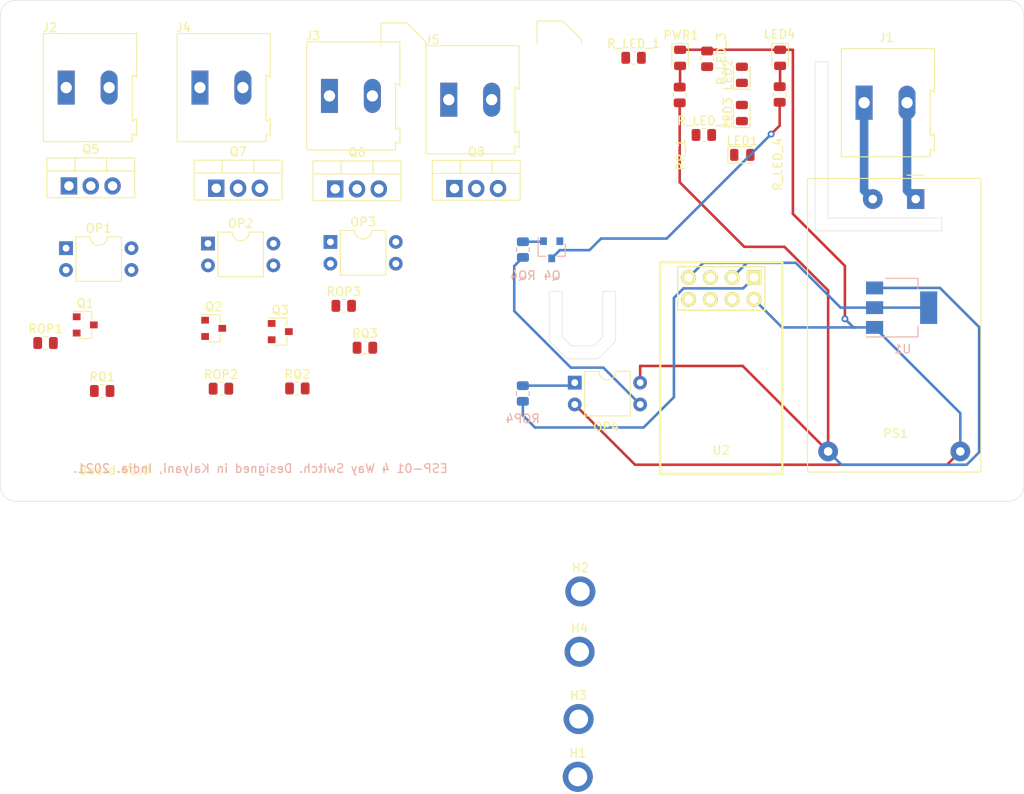
<source format=kicad_pcb>
(kicad_pcb (version 20171130) (host pcbnew 5.1.9-73d0e3b20d~88~ubuntu20.04.1)

  (general
    (thickness 1.6)
    (drawings 36)
    (tracks 71)
    (zones 0)
    (modules 42)
    (nets 36)
  )

  (page A4)
  (layers
    (0 F.Cu signal)
    (31 B.Cu signal)
    (32 B.Adhes user hide)
    (33 F.Adhes user hide)
    (34 B.Paste user hide)
    (35 F.Paste user hide)
    (36 B.SilkS user)
    (37 F.SilkS user)
    (38 B.Mask user hide)
    (39 F.Mask user hide)
    (40 Dwgs.User user)
    (41 Cmts.User user)
    (42 Eco1.User user)
    (43 Eco2.User user)
    (44 Edge.Cuts user)
    (45 Margin user)
    (46 B.CrtYd user)
    (47 F.CrtYd user)
    (48 B.Fab user hide)
    (49 F.Fab user hide)
  )

  (setup
    (last_trace_width 0.3)
    (trace_clearance 0.25)
    (zone_clearance 0.508)
    (zone_45_only no)
    (trace_min 0.2)
    (via_size 0.8)
    (via_drill 0.4)
    (via_min_size 0.4)
    (via_min_drill 0.3)
    (uvia_size 0.3)
    (uvia_drill 0.1)
    (uvias_allowed no)
    (uvia_min_size 0.2)
    (uvia_min_drill 0.1)
    (edge_width 0.05)
    (segment_width 0.2)
    (pcb_text_width 0.3)
    (pcb_text_size 1.5 1.5)
    (mod_edge_width 0.12)
    (mod_text_size 1 1)
    (mod_text_width 0.15)
    (pad_size 1.524 1.524)
    (pad_drill 0.762)
    (pad_to_mask_clearance 0)
    (aux_axis_origin 0 0)
    (visible_elements FFFFFF7F)
    (pcbplotparams
      (layerselection 0x010fc_ffffffff)
      (usegerberextensions false)
      (usegerberattributes true)
      (usegerberadvancedattributes true)
      (creategerberjobfile true)
      (excludeedgelayer true)
      (linewidth 0.100000)
      (plotframeref false)
      (viasonmask false)
      (mode 1)
      (useauxorigin false)
      (hpglpennumber 1)
      (hpglpenspeed 20)
      (hpglpendiameter 15.000000)
      (psnegative false)
      (psa4output false)
      (plotreference true)
      (plotvalue true)
      (plotinvisibletext false)
      (padsonsilk false)
      (subtractmaskfromsilk false)
      (outputformat 1)
      (mirror false)
      (drillshape 0)
      (scaleselection 1)
      (outputdirectory "pcb/"))
  )

  (net 0 "")
  (net 1 +5V)
  (net 2 GND)
  (net 3 Out4)
  (net 4 +3V3)
  (net 5 "Net-(OP1-Pad3)")
  (net 6 "Net-(OP1-Pad1)")
  (net 7 "Net-(OP2-Pad3)")
  (net 8 "Net-(OP2-Pad1)")
  (net 9 "Net-(OP3-Pad1)")
  (net 10 "Net-(OP3-Pad3)")
  (net 11 "Net-(OP4-Pad1)")
  (net 12 "Net-(OP4-Pad3)")
  (net 13 /AC_N)
  (net 14 /AC_P)
  (net 15 "Net-(Q1-Pad1)")
  (net 16 "Net-(Q2-Pad1)")
  (net 17 "Net-(Q3-Pad1)")
  (net 18 "Net-(Q4-Pad1)")
  (net 19 "Net-(LED1-Pad2)")
  (net 20 "Net-(LED2-Pad2)")
  (net 21 "Net-(LED3-Pad2)")
  (net 22 "Net-(LED4-Pad2)")
  (net 23 "Net-(PR_1-Pad2)")
  (net 24 /AC_1)
  (net 25 /AC_2)
  (net 26 /AC_4)
  (net 27 /AC_3)
  (net 28 /AC_5)
  (net 29 /AC_6)
  (net 30 /AC_8)
  (net 31 /AC_7)
  (net 32 "Net-(Q1-Pad3)")
  (net 33 "Net-(Q2-Pad3)")
  (net 34 "Net-(Q3-Pad3)")
  (net 35 "Net-(Q4-Pad3)")

  (net_class Default "This is the default net class."
    (clearance 0.25)
    (trace_width 0.3)
    (via_dia 0.8)
    (via_drill 0.4)
    (uvia_dia 0.3)
    (uvia_drill 0.1)
    (add_net +3V3)
    (add_net +5V)
    (add_net /AC_1)
    (add_net /AC_2)
    (add_net /AC_3)
    (add_net /AC_4)
    (add_net /AC_5)
    (add_net /AC_6)
    (add_net /AC_7)
    (add_net /AC_8)
    (add_net GND)
    (add_net "Net-(LED1-Pad2)")
    (add_net "Net-(LED2-Pad2)")
    (add_net "Net-(LED3-Pad2)")
    (add_net "Net-(LED4-Pad2)")
    (add_net "Net-(OP1-Pad1)")
    (add_net "Net-(OP1-Pad3)")
    (add_net "Net-(OP2-Pad1)")
    (add_net "Net-(OP2-Pad3)")
    (add_net "Net-(OP3-Pad1)")
    (add_net "Net-(OP3-Pad3)")
    (add_net "Net-(OP4-Pad1)")
    (add_net "Net-(OP4-Pad3)")
    (add_net "Net-(PR_1-Pad2)")
    (add_net "Net-(Q1-Pad1)")
    (add_net "Net-(Q1-Pad3)")
    (add_net "Net-(Q2-Pad1)")
    (add_net "Net-(Q2-Pad3)")
    (add_net "Net-(Q3-Pad1)")
    (add_net "Net-(Q3-Pad3)")
    (add_net "Net-(Q4-Pad1)")
    (add_net "Net-(Q4-Pad3)")
    (add_net Out4)
  )

  (net_class "High Voltage" ""
    (clearance 0.4)
    (trace_width 1)
    (via_dia 1.2)
    (via_drill 0.6)
    (uvia_dia 0.6)
    (uvia_drill 0.2)
    (diff_pair_width 0.4)
    (diff_pair_gap 0.5)
    (add_net /AC_N)
    (add_net /AC_P)
  )

  (module ESP:ESP-01 (layer F.Cu) (tedit 577EF889) (tstamp 615C41B8)
    (at 126.28 56.57 270)
    (descr "Module, ESP-8266, ESP-01, 8 pin")
    (tags "Module ESP-8266 ESP8266")
    (path /61639EFA)
    (fp_text reference U2 (at 20.12 3.83 180) (layer F.SilkS)
      (effects (font (size 1 1) (thickness 0.15)))
    )
    (fp_text value ESP-01v090 (at 12.192 3.556 90) (layer F.Fab)
      (effects (font (size 1 1) (thickness 0.15)))
    )
    (fp_line (start 3.81 -1.27) (end 1.27 -1.27) (layer F.SilkS) (width 0.1524))
    (fp_line (start 3.81 8.89) (end 3.81 -1.27) (layer F.SilkS) (width 0.1524))
    (fp_line (start -1.27 8.89) (end 3.81 8.89) (layer F.SilkS) (width 0.1524))
    (fp_line (start -1.27 1.27) (end -1.27 8.89) (layer F.SilkS) (width 0.1524))
    (fp_line (start -1.75 9.4) (end 4.3 9.4) (layer F.CrtYd) (width 0.05))
    (fp_line (start -1.75 -1.75) (end 4.3 -1.75) (layer F.CrtYd) (width 0.05))
    (fp_line (start 4.3 -1.75) (end 4.3 9.4) (layer F.CrtYd) (width 0.05))
    (fp_line (start -1.75 -1.75) (end -1.75 9.4) (layer F.CrtYd) (width 0.05))
    (fp_line (start -1.27 -1.27) (end -1.27 1.27) (layer F.SilkS) (width 0.1524))
    (fp_line (start 1.27 -1.27) (end -1.27 -1.27) (layer F.SilkS) (width 0.1524))
    (fp_line (start -1.778 10.922) (end -1.778 -3.302) (layer F.Fab) (width 0.05))
    (fp_line (start 22.86 10.922) (end -1.778 10.922) (layer F.Fab) (width 0.05))
    (fp_line (start 22.86 -3.302) (end 22.86 10.922) (layer F.Fab) (width 0.05))
    (fp_line (start -1.778 -3.302) (end 22.86 -3.302) (layer F.Fab) (width 0.05))
    (fp_line (start -1.778 10.922) (end -1.778 -3.302) (layer F.SilkS) (width 0.254))
    (fp_line (start 22.86 10.922) (end -1.778 10.922) (layer F.SilkS) (width 0.254))
    (fp_line (start 22.86 -3.302) (end 22.86 10.922) (layer F.SilkS) (width 0.254))
    (fp_line (start -1.778 -3.302) (end 22.86 -3.302) (layer F.SilkS) (width 0.254))
    (pad 1 thru_hole rect (at 0 0 270) (size 1.7272 1.7272) (drill 1.016) (layers *.Cu *.Mask F.SilkS)
      (net 3 Out4))
    (pad 2 thru_hole oval (at 2.54 0 270) (size 1.7272 1.7272) (drill 1.016) (layers *.Cu *.Mask F.SilkS)
      (net 2 GND))
    (pad 3 thru_hole oval (at 0 2.54 270) (size 1.7272 1.7272) (drill 1.016) (layers *.Cu *.Mask F.SilkS)
      (net 4 +3V3))
    (pad 4 thru_hole oval (at 2.54 2.54 270) (size 1.7272 1.7272) (drill 1.016) (layers *.Cu *.Mask F.SilkS))
    (pad 5 thru_hole oval (at 0 5.08 270) (size 1.7272 1.7272) (drill 1.016) (layers *.Cu *.Mask F.SilkS))
    (pad 6 thru_hole oval (at 2.54 5.08 270) (size 1.7272 1.7272) (drill 1.016) (layers *.Cu *.Mask F.SilkS))
    (pad 7 thru_hole oval (at 0 7.62 270) (size 1.7272 1.7272) (drill 1.016) (layers *.Cu *.Mask F.SilkS)
      (net 4 +3V3))
    (pad 8 thru_hole oval (at 2.54 7.62 270) (size 1.7272 1.7272) (drill 1.016) (layers *.Cu *.Mask F.SilkS))
  )

  (module Converter_ACDC:Converter_ACDC_HiLink_HLK-PMxx (layer F.Cu) (tedit 5C1AC1CD) (tstamp 6161D306)
    (at 145.12 47.43 270)
    (descr "ACDC-Converter, 3W, HiLink, HLK-PMxx, THT, http://www.hlktech.net/product_detail.php?ProId=54")
    (tags "ACDC-Converter 3W THT HiLink board mount module")
    (path /6168668C)
    (fp_text reference PS1 (at 27.31 2.34) (layer F.SilkS)
      (effects (font (size 1 1) (thickness 0.15)))
    )
    (fp_text value HLK-PM01 (at 15.79 13.85 90) (layer F.Fab)
      (effects (font (size 1 1) (thickness 0.15)))
    )
    (fp_line (start -2.79 -1) (end -2.79 1.01) (layer F.SilkS) (width 0.12))
    (fp_line (start 31.8 -7.6) (end -2.4 -7.6) (layer F.SilkS) (width 0.12))
    (fp_line (start 31.8 12.6) (end 31.8 -7.6) (layer F.SilkS) (width 0.12))
    (fp_line (start -2.4 12.6) (end 31.8 12.6) (layer F.SilkS) (width 0.12))
    (fp_line (start -2.4 -7.6) (end -2.4 12.6) (layer F.SilkS) (width 0.12))
    (fp_line (start -2.55 -7.75) (end -2.55 12.75) (layer F.CrtYd) (width 0.05))
    (fp_line (start 31.95 -7.75) (end -2.55 -7.75) (layer F.CrtYd) (width 0.05))
    (fp_line (start 31.95 12.75) (end 31.95 -7.75) (layer F.CrtYd) (width 0.05))
    (fp_line (start -2.55 12.75) (end 31.95 12.75) (layer F.CrtYd) (width 0.05))
    (fp_line (start -2.3 -1) (end -2.3 -7.5) (layer F.Fab) (width 0.1))
    (fp_line (start -2.29 -1) (end -1.29 0) (layer F.Fab) (width 0.1))
    (fp_line (start -1.29 0) (end -2.29 1) (layer F.Fab) (width 0.1))
    (fp_line (start -2.3 -7.5) (end 31.7 -7.5) (layer F.Fab) (width 0.1))
    (fp_line (start -2.3 12.5) (end -2.3 0.99) (layer F.Fab) (width 0.1))
    (fp_line (start 31.7 12.5) (end 31.7 -7.5) (layer F.Fab) (width 0.1))
    (fp_line (start -2.3 12.5) (end 31.7 12.5) (layer F.Fab) (width 0.1))
    (fp_text user %R (at 14.68 1.17 90) (layer F.Fab)
      (effects (font (size 1 1) (thickness 0.15)))
    )
    (pad 3 thru_hole circle (at 29.4 -5.2 270) (size 2.3 2.3) (drill 1) (layers *.Cu *.Mask)
      (net 2 GND))
    (pad 1 thru_hole rect (at 0 0 270) (size 2.3 2) (drill 1) (layers *.Cu *.Mask)
      (net 14 /AC_P))
    (pad 2 thru_hole circle (at 0 5 270) (size 2.3 2.3) (drill 1) (layers *.Cu *.Mask)
      (net 13 /AC_N))
    (pad 4 thru_hole circle (at 29.4 10.2 270) (size 2.3 2.3) (drill 1) (layers *.Cu *.Mask)
      (net 1 +5V))
    (model ${KISYS3DMOD}/Converter_ACDC.3dshapes/Converter_ACDC_HiLink_HLK-PMxx.wrl
      (at (xyz 0 0 0))
      (scale (xyz 1 1 1))
      (rotate (xyz 0 0 0))
    )
  )

  (module Package_TO_SOT_SMD:SOT-223-3_TabPin2 (layer B.Cu) (tedit 5A02FF57) (tstamp 615C419A)
    (at 143.48 60.08)
    (descr "module CMS SOT223 4 pins")
    (tags "CMS SOT")
    (path /61677FA7)
    (attr smd)
    (fp_text reference U1 (at 0.13 4.82 180) (layer B.SilkS)
      (effects (font (size 1 1) (thickness 0.15)) (justify mirror))
    )
    (fp_text value AMS1117-3.3 (at 0 -4.5 180) (layer B.Fab)
      (effects (font (size 1 1) (thickness 0.15)) (justify mirror))
    )
    (fp_line (start 1.85 3.35) (end 1.85 -3.35) (layer B.Fab) (width 0.1))
    (fp_line (start -1.85 -3.35) (end 1.85 -3.35) (layer B.Fab) (width 0.1))
    (fp_line (start -4.1 3.41) (end 1.91 3.41) (layer B.SilkS) (width 0.12))
    (fp_line (start -0.85 3.35) (end 1.85 3.35) (layer B.Fab) (width 0.1))
    (fp_line (start -1.85 -3.41) (end 1.91 -3.41) (layer B.SilkS) (width 0.12))
    (fp_line (start -1.85 2.35) (end -1.85 -3.35) (layer B.Fab) (width 0.1))
    (fp_line (start -1.85 2.35) (end -0.85 3.35) (layer B.Fab) (width 0.1))
    (fp_line (start -4.4 3.6) (end -4.4 -3.6) (layer B.CrtYd) (width 0.05))
    (fp_line (start -4.4 -3.6) (end 4.4 -3.6) (layer B.CrtYd) (width 0.05))
    (fp_line (start 4.4 -3.6) (end 4.4 3.6) (layer B.CrtYd) (width 0.05))
    (fp_line (start 4.4 3.6) (end -4.4 3.6) (layer B.CrtYd) (width 0.05))
    (fp_line (start 1.91 3.41) (end 1.91 2.15) (layer B.SilkS) (width 0.12))
    (fp_line (start 1.91 -3.41) (end 1.91 -2.15) (layer B.SilkS) (width 0.12))
    (fp_text user %R (at 0 0 90) (layer B.Fab)
      (effects (font (size 0.8 0.8) (thickness 0.12)) (justify mirror))
    )
    (pad 2 smd rect (at 3.15 0) (size 2 3.8) (layers B.Cu B.Paste B.Mask)
      (net 4 +3V3))
    (pad 2 smd rect (at -3.15 0) (size 2 1.5) (layers B.Cu B.Paste B.Mask)
      (net 4 +3V3))
    (pad 3 smd rect (at -3.15 -2.3) (size 2 1.5) (layers B.Cu B.Paste B.Mask)
      (net 1 +5V))
    (pad 1 smd rect (at -3.15 2.3) (size 2 1.5) (layers B.Cu B.Paste B.Mask)
      (net 2 GND))
    (model ${KISYS3DMOD}/Package_TO_SOT_SMD.3dshapes/SOT-223.wrl
      (at (xyz 0 0 0))
      (scale (xyz 1 1 1))
      (rotate (xyz 0 0 0))
    )
  )

  (module Package_DIP:DIP-4_W7.62mm (layer F.Cu) (tedit 5A02E8C5) (tstamp 615C4218)
    (at 105.4 68.82)
    (descr "4-lead though-hole mounted DIP package, row spacing 7.62 mm (300 mils)")
    (tags "THT DIP DIL PDIP 2.54mm 7.62mm 300mil")
    (path /615E2D2C)
    (fp_text reference OP4 (at 3.66 5.15) (layer F.SilkS)
      (effects (font (size 1 1) (thickness 0.15)))
    )
    (fp_text value PC817 (at 3.81 4.87) (layer F.Fab)
      (effects (font (size 1 1) (thickness 0.15)))
    )
    (fp_line (start 8.7 -1.55) (end -1.1 -1.55) (layer F.CrtYd) (width 0.05))
    (fp_line (start 8.7 4.1) (end 8.7 -1.55) (layer F.CrtYd) (width 0.05))
    (fp_line (start -1.1 4.1) (end 8.7 4.1) (layer F.CrtYd) (width 0.05))
    (fp_line (start -1.1 -1.55) (end -1.1 4.1) (layer F.CrtYd) (width 0.05))
    (fp_line (start 6.46 -1.33) (end 4.81 -1.33) (layer F.SilkS) (width 0.12))
    (fp_line (start 6.46 3.87) (end 6.46 -1.33) (layer F.SilkS) (width 0.12))
    (fp_line (start 1.16 3.87) (end 6.46 3.87) (layer F.SilkS) (width 0.12))
    (fp_line (start 1.16 -1.33) (end 1.16 3.87) (layer F.SilkS) (width 0.12))
    (fp_line (start 2.81 -1.33) (end 1.16 -1.33) (layer F.SilkS) (width 0.12))
    (fp_line (start 0.635 -0.27) (end 1.635 -1.27) (layer F.Fab) (width 0.1))
    (fp_line (start 0.635 3.81) (end 0.635 -0.27) (layer F.Fab) (width 0.1))
    (fp_line (start 6.985 3.81) (end 0.635 3.81) (layer F.Fab) (width 0.1))
    (fp_line (start 6.985 -1.27) (end 6.985 3.81) (layer F.Fab) (width 0.1))
    (fp_line (start 1.635 -1.27) (end 6.985 -1.27) (layer F.Fab) (width 0.1))
    (fp_arc (start 3.81 -1.33) (end 2.81 -1.33) (angle -180) (layer F.SilkS) (width 0.12))
    (fp_text user %R (at 3.81 1.27) (layer F.Fab)
      (effects (font (size 1 1) (thickness 0.15)))
    )
    (pad 1 thru_hole rect (at 0 0) (size 1.6 1.6) (drill 0.8) (layers *.Cu *.Mask)
      (net 11 "Net-(OP4-Pad1)"))
    (pad 3 thru_hole oval (at 7.62 2.54) (size 1.6 1.6) (drill 0.8) (layers *.Cu *.Mask)
      (net 12 "Net-(OP4-Pad3)"))
    (pad 2 thru_hole oval (at 0 2.54) (size 1.6 1.6) (drill 0.8) (layers *.Cu *.Mask)
      (net 2 GND))
    (pad 4 thru_hole oval (at 7.62 0) (size 1.6 1.6) (drill 0.8) (layers *.Cu *.Mask)
      (net 1 +5V))
    (model ${KISYS3DMOD}/Package_DIP.3dshapes/DIP-4_W7.62mm.wrl
      (at (xyz 0 0 0))
      (scale (xyz 1 1 1))
      (rotate (xyz 0 0 0))
    )
  )

  (module TerminalBlock:TerminalBlock_Altech_AK300-2_P5.00mm (layer F.Cu) (tedit 59FF0306) (tstamp 615C6B7C)
    (at 139.11 36.2)
    (descr "Altech AK300 terminal block, pitch 5.0mm, 45 degree angled, see http://www.mouser.com/ds/2/16/PCBMETRC-24178.pdf")
    (tags "Altech AK300 terminal block pitch 5.0mm")
    (path /616944FB)
    (fp_text reference J1 (at 2.59 -7.59) (layer F.SilkS)
      (effects (font (size 1 1) (thickness 0.15)))
    )
    (fp_text value AC/In (at 2.78 7.75) (layer F.Fab)
      (effects (font (size 1 1) (thickness 0.15)))
    )
    (fp_line (start -2.65 -6.3) (end -2.65 6.3) (layer F.SilkS) (width 0.12))
    (fp_line (start -2.65 6.3) (end 7.7 6.3) (layer F.SilkS) (width 0.12))
    (fp_line (start 7.7 6.3) (end 7.7 5.35) (layer F.SilkS) (width 0.12))
    (fp_line (start 7.7 5.35) (end 8.2 5.6) (layer F.SilkS) (width 0.12))
    (fp_line (start 8.2 5.6) (end 8.2 3.7) (layer F.SilkS) (width 0.12))
    (fp_line (start 8.2 3.7) (end 8.2 3.65) (layer F.SilkS) (width 0.12))
    (fp_line (start 8.2 3.65) (end 7.7 3.9) (layer F.SilkS) (width 0.12))
    (fp_line (start 7.7 3.9) (end 7.7 -1.5) (layer F.SilkS) (width 0.12))
    (fp_line (start 7.7 -1.5) (end 8.2 -1.2) (layer F.SilkS) (width 0.12))
    (fp_line (start 8.2 -1.2) (end 8.2 -6.3) (layer F.SilkS) (width 0.12))
    (fp_line (start 8.2 -6.3) (end -2.65 -6.3) (layer F.SilkS) (width 0.12))
    (fp_line (start -1.26 2.54) (end 1.28 2.54) (layer F.Fab) (width 0.1))
    (fp_line (start 1.28 2.54) (end 1.28 -0.25) (layer F.Fab) (width 0.1))
    (fp_line (start -1.26 -0.25) (end 1.28 -0.25) (layer F.Fab) (width 0.1))
    (fp_line (start -1.26 2.54) (end -1.26 -0.25) (layer F.Fab) (width 0.1))
    (fp_line (start 3.74 2.54) (end 6.28 2.54) (layer F.Fab) (width 0.1))
    (fp_line (start 6.28 2.54) (end 6.28 -0.25) (layer F.Fab) (width 0.1))
    (fp_line (start 3.74 -0.25) (end 6.28 -0.25) (layer F.Fab) (width 0.1))
    (fp_line (start 3.74 2.54) (end 3.74 -0.25) (layer F.Fab) (width 0.1))
    (fp_line (start 7.61 -6.22) (end 7.61 -3.17) (layer F.Fab) (width 0.1))
    (fp_line (start 7.61 -6.22) (end -2.58 -6.22) (layer F.Fab) (width 0.1))
    (fp_line (start 7.61 -6.22) (end 8.11 -6.22) (layer F.Fab) (width 0.1))
    (fp_line (start 8.11 -6.22) (end 8.11 -1.4) (layer F.Fab) (width 0.1))
    (fp_line (start 8.11 -1.4) (end 7.61 -1.65) (layer F.Fab) (width 0.1))
    (fp_line (start 8.11 5.46) (end 7.61 5.21) (layer F.Fab) (width 0.1))
    (fp_line (start 7.61 5.21) (end 7.61 6.22) (layer F.Fab) (width 0.1))
    (fp_line (start 8.11 3.81) (end 7.61 4.06) (layer F.Fab) (width 0.1))
    (fp_line (start 7.61 4.06) (end 7.61 5.21) (layer F.Fab) (width 0.1))
    (fp_line (start 8.11 3.81) (end 8.11 5.46) (layer F.Fab) (width 0.1))
    (fp_line (start 2.98 6.22) (end 2.98 4.32) (layer F.Fab) (width 0.1))
    (fp_line (start 7.05 -0.25) (end 7.05 4.32) (layer F.Fab) (width 0.1))
    (fp_line (start 2.98 6.22) (end 7.05 6.22) (layer F.Fab) (width 0.1))
    (fp_line (start 7.05 6.22) (end 7.61 6.22) (layer F.Fab) (width 0.1))
    (fp_line (start 2.04 6.22) (end 2.04 4.32) (layer F.Fab) (width 0.1))
    (fp_line (start 2.04 6.22) (end 2.98 6.22) (layer F.Fab) (width 0.1))
    (fp_line (start -2.02 -0.25) (end -2.02 4.32) (layer F.Fab) (width 0.1))
    (fp_line (start -2.58 6.22) (end -2.02 6.22) (layer F.Fab) (width 0.1))
    (fp_line (start -2.02 6.22) (end 2.04 6.22) (layer F.Fab) (width 0.1))
    (fp_line (start 2.98 4.32) (end 7.05 4.32) (layer F.Fab) (width 0.1))
    (fp_line (start 2.98 4.32) (end 2.98 -0.25) (layer F.Fab) (width 0.1))
    (fp_line (start 7.05 4.32) (end 7.05 6.22) (layer F.Fab) (width 0.1))
    (fp_line (start 2.04 4.32) (end -2.02 4.32) (layer F.Fab) (width 0.1))
    (fp_line (start 2.04 4.32) (end 2.04 -0.25) (layer F.Fab) (width 0.1))
    (fp_line (start -2.02 4.32) (end -2.02 6.22) (layer F.Fab) (width 0.1))
    (fp_line (start 6.67 3.68) (end 6.67 0.51) (layer F.Fab) (width 0.1))
    (fp_line (start 6.67 3.68) (end 3.36 3.68) (layer F.Fab) (width 0.1))
    (fp_line (start 3.36 3.68) (end 3.36 0.51) (layer F.Fab) (width 0.1))
    (fp_line (start 1.66 3.68) (end 1.66 0.51) (layer F.Fab) (width 0.1))
    (fp_line (start 1.66 3.68) (end -1.64 3.68) (layer F.Fab) (width 0.1))
    (fp_line (start -1.64 3.68) (end -1.64 0.51) (layer F.Fab) (width 0.1))
    (fp_line (start -1.64 0.51) (end -1.26 0.51) (layer F.Fab) (width 0.1))
    (fp_line (start 1.66 0.51) (end 1.28 0.51) (layer F.Fab) (width 0.1))
    (fp_line (start 3.36 0.51) (end 3.74 0.51) (layer F.Fab) (width 0.1))
    (fp_line (start 6.67 0.51) (end 6.28 0.51) (layer F.Fab) (width 0.1))
    (fp_line (start -2.58 6.22) (end -2.58 -0.64) (layer F.Fab) (width 0.1))
    (fp_line (start -2.58 -0.64) (end -2.58 -3.17) (layer F.Fab) (width 0.1))
    (fp_line (start 7.61 -1.65) (end 7.61 -0.64) (layer F.Fab) (width 0.1))
    (fp_line (start 7.61 -0.64) (end 7.61 4.06) (layer F.Fab) (width 0.1))
    (fp_line (start -2.58 -3.17) (end 7.61 -3.17) (layer F.Fab) (width 0.1))
    (fp_line (start -2.58 -3.17) (end -2.58 -6.22) (layer F.Fab) (width 0.1))
    (fp_line (start 7.61 -3.17) (end 7.61 -1.65) (layer F.Fab) (width 0.1))
    (fp_line (start 2.98 -3.43) (end 2.98 -5.97) (layer F.Fab) (width 0.1))
    (fp_line (start 2.98 -5.97) (end 7.05 -5.97) (layer F.Fab) (width 0.1))
    (fp_line (start 7.05 -5.97) (end 7.05 -3.43) (layer F.Fab) (width 0.1))
    (fp_line (start 7.05 -3.43) (end 2.98 -3.43) (layer F.Fab) (width 0.1))
    (fp_line (start 2.04 -3.43) (end 2.04 -5.97) (layer F.Fab) (width 0.1))
    (fp_line (start 2.04 -3.43) (end -2.02 -3.43) (layer F.Fab) (width 0.1))
    (fp_line (start -2.02 -3.43) (end -2.02 -5.97) (layer F.Fab) (width 0.1))
    (fp_line (start 2.04 -5.97) (end -2.02 -5.97) (layer F.Fab) (width 0.1))
    (fp_line (start 3.39 -4.45) (end 6.44 -5.08) (layer F.Fab) (width 0.1))
    (fp_line (start 3.52 -4.32) (end 6.56 -4.95) (layer F.Fab) (width 0.1))
    (fp_line (start -1.62 -4.45) (end 1.44 -5.08) (layer F.Fab) (width 0.1))
    (fp_line (start -1.49 -4.32) (end 1.56 -4.95) (layer F.Fab) (width 0.1))
    (fp_line (start -2.02 -0.25) (end -1.64 -0.25) (layer F.Fab) (width 0.1))
    (fp_line (start 2.04 -0.25) (end 1.66 -0.25) (layer F.Fab) (width 0.1))
    (fp_line (start 1.66 -0.25) (end -1.64 -0.25) (layer F.Fab) (width 0.1))
    (fp_line (start -2.58 -0.64) (end -1.64 -0.64) (layer F.Fab) (width 0.1))
    (fp_line (start -1.64 -0.64) (end 1.66 -0.64) (layer F.Fab) (width 0.1))
    (fp_line (start 1.66 -0.64) (end 3.36 -0.64) (layer F.Fab) (width 0.1))
    (fp_line (start 7.61 -0.64) (end 6.67 -0.64) (layer F.Fab) (width 0.1))
    (fp_line (start 6.67 -0.64) (end 3.36 -0.64) (layer F.Fab) (width 0.1))
    (fp_line (start 7.05 -0.25) (end 6.67 -0.25) (layer F.Fab) (width 0.1))
    (fp_line (start 2.98 -0.25) (end 3.36 -0.25) (layer F.Fab) (width 0.1))
    (fp_line (start 3.36 -0.25) (end 6.67 -0.25) (layer F.Fab) (width 0.1))
    (fp_line (start -2.83 -6.47) (end 8.36 -6.47) (layer F.CrtYd) (width 0.05))
    (fp_line (start -2.83 -6.47) (end -2.83 6.47) (layer F.CrtYd) (width 0.05))
    (fp_line (start 8.36 6.47) (end 8.36 -6.47) (layer F.CrtYd) (width 0.05))
    (fp_line (start 8.36 6.47) (end -2.83 6.47) (layer F.CrtYd) (width 0.05))
    (fp_text user %R (at 2.5 -2) (layer F.Fab)
      (effects (font (size 1 1) (thickness 0.15)))
    )
    (fp_arc (start 6.03 -4.59) (end 6.54 -5.05) (angle 90.5) (layer F.Fab) (width 0.1))
    (fp_arc (start 5.07 -6.07) (end 6.53 -4.12) (angle 75.5) (layer F.Fab) (width 0.1))
    (fp_arc (start 4.99 -3.71) (end 3.39 -5) (angle 100) (layer F.Fab) (width 0.1))
    (fp_arc (start 3.87 -4.65) (end 3.58 -4.13) (angle 104.2) (layer F.Fab) (width 0.1))
    (fp_arc (start 1.03 -4.59) (end 1.53 -5.05) (angle 90.5) (layer F.Fab) (width 0.1))
    (fp_arc (start 0.06 -6.07) (end 1.53 -4.12) (angle 75.5) (layer F.Fab) (width 0.1))
    (fp_arc (start -0.01 -3.71) (end -1.62 -5) (angle 100) (layer F.Fab) (width 0.1))
    (fp_arc (start -1.13 -4.65) (end -1.42 -4.13) (angle 104.2) (layer F.Fab) (width 0.1))
    (pad 1 thru_hole rect (at 0 0) (size 1.98 3.96) (drill 1.32) (layers *.Cu *.Mask)
      (net 13 /AC_N))
    (pad 2 thru_hole oval (at 5 0) (size 1.98 3.96) (drill 1.32) (layers *.Cu *.Mask)
      (net 14 /AC_P))
    (model ${KISYS3DMOD}/Terminal_Blocks.3dshapes/TerminalBlock_Altech_AK300-2_P5.00mm.wrl
      (at (xyz 0 0 0))
      (scale (xyz 1 1 1))
      (rotate (xyz 0 0 0))
    )
  )

  (module Package_TO_SOT_SMD:SOT-23 (layer B.Cu) (tedit 5A02FF57) (tstamp 61614EDE)
    (at 102.71 53.33 270)
    (descr "SOT-23, Standard")
    (tags SOT-23)
    (path /61C0933A)
    (attr smd)
    (fp_text reference Q4 (at 3.01 -0.04 180) (layer B.SilkS)
      (effects (font (size 1 1) (thickness 0.15)) (justify mirror))
    )
    (fp_text value BC817 (at -2.48 0.06 180) (layer B.Fab)
      (effects (font (size 1 1) (thickness 0.15)) (justify mirror))
    )
    (fp_line (start -0.7 0.95) (end -0.7 -1.5) (layer B.Fab) (width 0.1))
    (fp_line (start -0.15 1.52) (end 0.7 1.52) (layer B.Fab) (width 0.1))
    (fp_line (start -0.7 0.95) (end -0.15 1.52) (layer B.Fab) (width 0.1))
    (fp_line (start 0.7 1.52) (end 0.7 -1.52) (layer B.Fab) (width 0.1))
    (fp_line (start -0.7 -1.52) (end 0.7 -1.52) (layer B.Fab) (width 0.1))
    (fp_line (start 0.76 -1.58) (end 0.76 -0.65) (layer B.SilkS) (width 0.12))
    (fp_line (start 0.76 1.58) (end 0.76 0.65) (layer B.SilkS) (width 0.12))
    (fp_line (start -1.7 1.75) (end 1.7 1.75) (layer B.CrtYd) (width 0.05))
    (fp_line (start 1.7 1.75) (end 1.7 -1.75) (layer B.CrtYd) (width 0.05))
    (fp_line (start 1.7 -1.75) (end -1.7 -1.75) (layer B.CrtYd) (width 0.05))
    (fp_line (start -1.7 -1.75) (end -1.7 1.75) (layer B.CrtYd) (width 0.05))
    (fp_line (start 0.76 1.58) (end -1.4 1.58) (layer B.SilkS) (width 0.12))
    (fp_line (start 0.76 -1.58) (end -0.7 -1.58) (layer B.SilkS) (width 0.12))
    (fp_text user %R (at 0 0 180) (layer B.Fab)
      (effects (font (size 0.5 0.5) (thickness 0.075)) (justify mirror))
    )
    (pad 3 smd rect (at 1 0 270) (size 0.9 0.8) (layers B.Cu B.Paste B.Mask)
      (net 35 "Net-(Q4-Pad3)"))
    (pad 2 smd rect (at -1 -0.95 270) (size 0.9 0.8) (layers B.Cu B.Paste B.Mask)
      (net 2 GND))
    (pad 1 smd rect (at -1 0.95 270) (size 0.9 0.8) (layers B.Cu B.Paste B.Mask)
      (net 18 "Net-(Q4-Pad1)"))
    (model ${KISYS3DMOD}/Package_TO_SOT_SMD.3dshapes/SOT-23.wrl
      (at (xyz 0 0 0))
      (scale (xyz 1 1 1))
      (rotate (xyz 0 0 0))
    )
  )

  (module LED_SMD:LED_0805_2012Metric (layer F.Cu) (tedit 5F68FEF1) (tstamp 616168D4)
    (at 129.32 30.97 270)
    (descr "LED SMD 0805 (2012 Metric), square (rectangular) end terminal, IPC_7351 nominal, (Body size source: https://docs.google.com/spreadsheets/d/1BsfQQcO9C6DZCsRaXUlFlo91Tg2WpOkGARC1WS5S8t0/edit?usp=sharing), generated with kicad-footprint-generator")
    (tags LED)
    (path /619CD60E)
    (attr smd)
    (fp_text reference LED4 (at -2.75 0.05 180) (layer F.SilkS)
      (effects (font (size 1 1) (thickness 0.15)))
    )
    (fp_text value LED (at 0 1.65 90) (layer F.Fab) hide
      (effects (font (size 1 1) (thickness 0.15)))
    )
    (fp_line (start 1 -0.6) (end -0.7 -0.6) (layer F.Fab) (width 0.1))
    (fp_line (start -0.7 -0.6) (end -1 -0.3) (layer F.Fab) (width 0.1))
    (fp_line (start -1 -0.3) (end -1 0.6) (layer F.Fab) (width 0.1))
    (fp_line (start -1 0.6) (end 1 0.6) (layer F.Fab) (width 0.1))
    (fp_line (start 1 0.6) (end 1 -0.6) (layer F.Fab) (width 0.1))
    (fp_line (start 1 -0.96) (end -1.685 -0.96) (layer F.SilkS) (width 0.12))
    (fp_line (start -1.685 -0.96) (end -1.685 0.96) (layer F.SilkS) (width 0.12))
    (fp_line (start -1.685 0.96) (end 1 0.96) (layer F.SilkS) (width 0.12))
    (fp_line (start -1.68 0.95) (end -1.68 -0.95) (layer F.CrtYd) (width 0.05))
    (fp_line (start -1.68 -0.95) (end 1.68 -0.95) (layer F.CrtYd) (width 0.05))
    (fp_line (start 1.68 -0.95) (end 1.68 0.95) (layer F.CrtYd) (width 0.05))
    (fp_line (start 1.68 0.95) (end -1.68 0.95) (layer F.CrtYd) (width 0.05))
    (fp_text user %R (at 0 0 90) (layer F.Fab)
      (effects (font (size 0.5 0.5) (thickness 0.08)))
    )
    (pad 2 smd roundrect (at 0.9375 0 270) (size 0.975 1.4) (layers F.Cu F.Paste F.Mask) (roundrect_rratio 0.25)
      (net 22 "Net-(LED4-Pad2)"))
    (pad 1 smd roundrect (at -0.9375 0 270) (size 0.975 1.4) (layers F.Cu F.Paste F.Mask) (roundrect_rratio 0.25)
      (net 2 GND))
    (model ${KISYS3DMOD}/LED_SMD.3dshapes/LED_0805_2012Metric.wrl
      (at (xyz 0 0 0))
      (scale (xyz 1 1 1))
      (rotate (xyz 0 0 0))
    )
  )

  (module LED_SMD:LED_0805_2012Metric (layer F.Cu) (tedit 5F68FEF1) (tstamp 616168E7)
    (at 117.67 30.97 270)
    (descr "LED SMD 0805 (2012 Metric), square (rectangular) end terminal, IPC_7351 nominal, (Body size source: https://docs.google.com/spreadsheets/d/1BsfQQcO9C6DZCsRaXUlFlo91Tg2WpOkGARC1WS5S8t0/edit?usp=sharing), generated with kicad-footprint-generator")
    (tags LED)
    (path /61C5E122)
    (attr smd)
    (fp_text reference PWR1 (at -2.64 -0.1 180) (layer F.SilkS)
      (effects (font (size 1 1) (thickness 0.15)))
    )
    (fp_text value LED (at 0 1.65 90) (layer F.Fab) hide
      (effects (font (size 1 1) (thickness 0.15)))
    )
    (fp_line (start 1.68 0.95) (end -1.68 0.95) (layer F.CrtYd) (width 0.05))
    (fp_line (start 1.68 -0.95) (end 1.68 0.95) (layer F.CrtYd) (width 0.05))
    (fp_line (start -1.68 -0.95) (end 1.68 -0.95) (layer F.CrtYd) (width 0.05))
    (fp_line (start -1.68 0.95) (end -1.68 -0.95) (layer F.CrtYd) (width 0.05))
    (fp_line (start -1.685 0.96) (end 1 0.96) (layer F.SilkS) (width 0.12))
    (fp_line (start -1.685 -0.96) (end -1.685 0.96) (layer F.SilkS) (width 0.12))
    (fp_line (start 1 -0.96) (end -1.685 -0.96) (layer F.SilkS) (width 0.12))
    (fp_line (start 1 0.6) (end 1 -0.6) (layer F.Fab) (width 0.1))
    (fp_line (start -1 0.6) (end 1 0.6) (layer F.Fab) (width 0.1))
    (fp_line (start -1 -0.3) (end -1 0.6) (layer F.Fab) (width 0.1))
    (fp_line (start -0.7 -0.6) (end -1 -0.3) (layer F.Fab) (width 0.1))
    (fp_line (start 1 -0.6) (end -0.7 -0.6) (layer F.Fab) (width 0.1))
    (fp_text user %R (at 0 0 90) (layer F.Fab)
      (effects (font (size 0.5 0.5) (thickness 0.08)))
    )
    (pad 1 smd roundrect (at -0.9375 0 270) (size 0.975 1.4) (layers F.Cu F.Paste F.Mask) (roundrect_rratio 0.25)
      (net 2 GND))
    (pad 2 smd roundrect (at 0.9375 0 270) (size 0.975 1.4) (layers F.Cu F.Paste F.Mask) (roundrect_rratio 0.25)
      (net 23 "Net-(PR_1-Pad2)"))
    (model ${KISYS3DMOD}/LED_SMD.3dshapes/LED_0805_2012Metric.wrl
      (at (xyz 0 0 0))
      (scale (xyz 1 1 1))
      (rotate (xyz 0 0 0))
    )
  )

  (module Resistor_SMD:R_0805_2012Metric (layer F.Cu) (tedit 5F68FEEE) (tstamp 616168F8)
    (at 117.625 35.3 90)
    (descr "Resistor SMD 0805 (2012 Metric), square (rectangular) end terminal, IPC_7351 nominal, (Body size source: IPC-SM-782 page 72, https://www.pcb-3d.com/wordpress/wp-content/uploads/ipc-sm-782a_amendment_1_and_2.pdf), generated with kicad-footprint-generator")
    (tags resistor)
    (path /61C5E11C)
    (attr smd)
    (fp_text reference PR_1 (at -6.96 0.135 90) (layer F.SilkS)
      (effects (font (size 1 1) (thickness 0.15)))
    )
    (fp_text value 1K (at 0 1.65 90) (layer F.Fab)
      (effects (font (size 1 1) (thickness 0.15)))
    )
    (fp_line (start 1.68 0.95) (end -1.68 0.95) (layer F.CrtYd) (width 0.05))
    (fp_line (start 1.68 -0.95) (end 1.68 0.95) (layer F.CrtYd) (width 0.05))
    (fp_line (start -1.68 -0.95) (end 1.68 -0.95) (layer F.CrtYd) (width 0.05))
    (fp_line (start -1.68 0.95) (end -1.68 -0.95) (layer F.CrtYd) (width 0.05))
    (fp_line (start -0.227064 0.735) (end 0.227064 0.735) (layer F.SilkS) (width 0.12))
    (fp_line (start -0.227064 -0.735) (end 0.227064 -0.735) (layer F.SilkS) (width 0.12))
    (fp_line (start 1 0.625) (end -1 0.625) (layer F.Fab) (width 0.1))
    (fp_line (start 1 -0.625) (end 1 0.625) (layer F.Fab) (width 0.1))
    (fp_line (start -1 -0.625) (end 1 -0.625) (layer F.Fab) (width 0.1))
    (fp_line (start -1 0.625) (end -1 -0.625) (layer F.Fab) (width 0.1))
    (fp_text user %R (at 0 0 90) (layer F.Fab)
      (effects (font (size 0.5 0.5) (thickness 0.08)))
    )
    (pad 1 smd roundrect (at -0.9125 0 90) (size 1.025 1.4) (layers F.Cu F.Paste F.Mask) (roundrect_rratio 0.2439014634146341)
      (net 1 +5V))
    (pad 2 smd roundrect (at 0.9125 0 90) (size 1.025 1.4) (layers F.Cu F.Paste F.Mask) (roundrect_rratio 0.2439014634146341)
      (net 23 "Net-(PR_1-Pad2)"))
    (model ${KISYS3DMOD}/Resistor_SMD.3dshapes/R_0805_2012Metric.wrl
      (at (xyz 0 0 0))
      (scale (xyz 1 1 1))
      (rotate (xyz 0 0 0))
    )
  )

  (module Resistor_SMD:R_0805_2012Metric (layer F.Cu) (tedit 5F68FEEE) (tstamp 6161693C)
    (at 129.275 35.24 90)
    (descr "Resistor SMD 0805 (2012 Metric), square (rectangular) end terminal, IPC_7351 nominal, (Body size source: IPC-SM-782 page 72, https://www.pcb-3d.com/wordpress/wp-content/uploads/ipc-sm-782a_amendment_1_and_2.pdf), generated with kicad-footprint-generator")
    (tags resistor)
    (path /619CA386)
    (attr smd)
    (fp_text reference R_LED_4 (at -8.14 -0.215 90) (layer F.SilkS)
      (effects (font (size 1 1) (thickness 0.15)))
    )
    (fp_text value 1K (at 0 1.65 90) (layer F.Fab)
      (effects (font (size 1 1) (thickness 0.15)))
    )
    (fp_line (start 1.68 0.95) (end -1.68 0.95) (layer F.CrtYd) (width 0.05))
    (fp_line (start 1.68 -0.95) (end 1.68 0.95) (layer F.CrtYd) (width 0.05))
    (fp_line (start -1.68 -0.95) (end 1.68 -0.95) (layer F.CrtYd) (width 0.05))
    (fp_line (start -1.68 0.95) (end -1.68 -0.95) (layer F.CrtYd) (width 0.05))
    (fp_line (start -0.227064 0.735) (end 0.227064 0.735) (layer F.SilkS) (width 0.12))
    (fp_line (start -0.227064 -0.735) (end 0.227064 -0.735) (layer F.SilkS) (width 0.12))
    (fp_line (start 1 0.625) (end -1 0.625) (layer F.Fab) (width 0.1))
    (fp_line (start 1 -0.625) (end 1 0.625) (layer F.Fab) (width 0.1))
    (fp_line (start -1 -0.625) (end 1 -0.625) (layer F.Fab) (width 0.1))
    (fp_line (start -1 0.625) (end -1 -0.625) (layer F.Fab) (width 0.1))
    (fp_text user %R (at 0 0 90) (layer F.Fab)
      (effects (font (size 0.5 0.5) (thickness 0.08)))
    )
    (pad 1 smd roundrect (at -0.9125 0 90) (size 1.025 1.4) (layers F.Cu F.Paste F.Mask) (roundrect_rratio 0.2439014634146341)
      (net 35 "Net-(Q4-Pad3)"))
    (pad 2 smd roundrect (at 0.9125 0 90) (size 1.025 1.4) (layers F.Cu F.Paste F.Mask) (roundrect_rratio 0.2439014634146341)
      (net 22 "Net-(LED4-Pad2)"))
    (model ${KISYS3DMOD}/Resistor_SMD.3dshapes/R_0805_2012Metric.wrl
      (at (xyz 0 0 0))
      (scale (xyz 1 1 1))
      (rotate (xyz 0 0 0))
    )
  )

  (module Resistor_SMD:R_0805_2012Metric (layer B.Cu) (tedit 5F68FEEE) (tstamp 6161696D)
    (at 99.35 70.08 270)
    (descr "Resistor SMD 0805 (2012 Metric), square (rectangular) end terminal, IPC_7351 nominal, (Body size source: IPC-SM-782 page 72, https://www.pcb-3d.com/wordpress/wp-content/uploads/ipc-sm-782a_amendment_1_and_2.pdf), generated with kicad-footprint-generator")
    (tags resistor)
    (path /615E2D38)
    (attr smd)
    (fp_text reference ROP4 (at 2.94 0.02 180) (layer B.SilkS)
      (effects (font (size 1 1) (thickness 0.15)) (justify mirror))
    )
    (fp_text value 1K (at 0 -1.65 90) (layer B.Fab)
      (effects (font (size 1 1) (thickness 0.15)) (justify mirror))
    )
    (fp_line (start -1 -0.625) (end -1 0.625) (layer B.Fab) (width 0.1))
    (fp_line (start -1 0.625) (end 1 0.625) (layer B.Fab) (width 0.1))
    (fp_line (start 1 0.625) (end 1 -0.625) (layer B.Fab) (width 0.1))
    (fp_line (start 1 -0.625) (end -1 -0.625) (layer B.Fab) (width 0.1))
    (fp_line (start -0.227064 0.735) (end 0.227064 0.735) (layer B.SilkS) (width 0.12))
    (fp_line (start -0.227064 -0.735) (end 0.227064 -0.735) (layer B.SilkS) (width 0.12))
    (fp_line (start -1.68 -0.95) (end -1.68 0.95) (layer B.CrtYd) (width 0.05))
    (fp_line (start -1.68 0.95) (end 1.68 0.95) (layer B.CrtYd) (width 0.05))
    (fp_line (start 1.68 0.95) (end 1.68 -0.95) (layer B.CrtYd) (width 0.05))
    (fp_line (start 1.68 -0.95) (end -1.68 -0.95) (layer B.CrtYd) (width 0.05))
    (fp_text user %R (at 0 0 90) (layer B.Fab)
      (effects (font (size 0.5 0.5) (thickness 0.08)) (justify mirror))
    )
    (pad 2 smd roundrect (at 0.9125 0 270) (size 1.025 1.4) (layers B.Cu B.Paste B.Mask) (roundrect_rratio 0.2439014634146341)
      (net 3 Out4))
    (pad 1 smd roundrect (at -0.9125 0 270) (size 1.025 1.4) (layers B.Cu B.Paste B.Mask) (roundrect_rratio 0.2439014634146341)
      (net 11 "Net-(OP4-Pad1)"))
    (model ${KISYS3DMOD}/Resistor_SMD.3dshapes/R_0805_2012Metric.wrl
      (at (xyz 0 0 0))
      (scale (xyz 1 1 1))
      (rotate (xyz 0 0 0))
    )
  )

  (module Resistor_SMD:R_0805_2012Metric (layer B.Cu) (tedit 5F68FEEE) (tstamp 616169AD)
    (at 99.36 53.31 270)
    (descr "Resistor SMD 0805 (2012 Metric), square (rectangular) end terminal, IPC_7351 nominal, (Body size source: IPC-SM-782 page 72, https://www.pcb-3d.com/wordpress/wp-content/uploads/ipc-sm-782a_amendment_1_and_2.pdf), generated with kicad-footprint-generator")
    (tags resistor)
    (path /615E2D32)
    (attr smd)
    (fp_text reference RQ4 (at 3.03 0 180) (layer B.SilkS)
      (effects (font (size 1 1) (thickness 0.15)) (justify mirror))
    )
    (fp_text value 1K (at -2.44 -0.03 180) (layer B.Fab)
      (effects (font (size 1 1) (thickness 0.15)) (justify mirror))
    )
    (fp_line (start 1.68 -0.95) (end -1.68 -0.95) (layer B.CrtYd) (width 0.05))
    (fp_line (start 1.68 0.95) (end 1.68 -0.95) (layer B.CrtYd) (width 0.05))
    (fp_line (start -1.68 0.95) (end 1.68 0.95) (layer B.CrtYd) (width 0.05))
    (fp_line (start -1.68 -0.95) (end -1.68 0.95) (layer B.CrtYd) (width 0.05))
    (fp_line (start -0.227064 -0.735) (end 0.227064 -0.735) (layer B.SilkS) (width 0.12))
    (fp_line (start -0.227064 0.735) (end 0.227064 0.735) (layer B.SilkS) (width 0.12))
    (fp_line (start 1 -0.625) (end -1 -0.625) (layer B.Fab) (width 0.1))
    (fp_line (start 1 0.625) (end 1 -0.625) (layer B.Fab) (width 0.1))
    (fp_line (start -1 0.625) (end 1 0.625) (layer B.Fab) (width 0.1))
    (fp_line (start -1 -0.625) (end -1 0.625) (layer B.Fab) (width 0.1))
    (fp_text user %R (at 0 0 90) (layer B.Fab)
      (effects (font (size 0.5 0.5) (thickness 0.08)) (justify mirror))
    )
    (pad 1 smd roundrect (at -0.9125 0 270) (size 1.025 1.4) (layers B.Cu B.Paste B.Mask) (roundrect_rratio 0.2439014634146341)
      (net 18 "Net-(Q4-Pad1)"))
    (pad 2 smd roundrect (at 0.9125 0 270) (size 1.025 1.4) (layers B.Cu B.Paste B.Mask) (roundrect_rratio 0.2439014634146341)
      (net 12 "Net-(OP4-Pad3)"))
    (model ${KISYS3DMOD}/Resistor_SMD.3dshapes/R_0805_2012Metric.wrl
      (at (xyz 0 0 0))
      (scale (xyz 1 1 1))
      (rotate (xyz 0 0 0))
    )
  )

  (module MountingHole:MountingHole_2.2mm_M2_ISO7380_Pad_TopBottom (layer F.Cu) (tedit 56D1B4CB) (tstamp 61659DC6)
    (at 105.75 114.74)
    (descr "Mounting Hole 2.2mm, M2, ISO7380")
    (tags "mounting hole 2.2mm m2 iso7380")
    (path /61888487)
    (attr virtual)
    (fp_text reference H1 (at 0 -2.75) (layer F.SilkS)
      (effects (font (size 1 1) (thickness 0.15)))
    )
    (fp_text value MountingHole (at 0 2.75) (layer F.Fab)
      (effects (font (size 1 1) (thickness 0.15)))
    )
    (fp_circle (center 0 0) (end 2 0) (layer F.CrtYd) (width 0.05))
    (fp_circle (center 0 0) (end 1.75 0) (layer Cmts.User) (width 0.15))
    (fp_text user %R (at 0.3 0) (layer F.Fab)
      (effects (font (size 1 1) (thickness 0.15)))
    )
    (pad 1 thru_hole circle (at 0 0) (size 2.6 2.6) (drill 2.2) (layers *.Cu *.Mask))
    (pad 1 connect circle (at 0 0) (size 3.5 3.5) (layers F.Cu F.Mask))
    (pad 1 connect circle (at 0 0) (size 3.5 3.5) (layers B.Cu B.Mask))
  )

  (module MountingHole:MountingHole_2.2mm_M2_ISO7380_Pad_TopBottom (layer F.Cu) (tedit 56D1B4CB) (tstamp 61659DD0)
    (at 106.05 93.14)
    (descr "Mounting Hole 2.2mm, M2, ISO7380")
    (tags "mounting hole 2.2mm m2 iso7380")
    (path /618891C9)
    (attr virtual)
    (fp_text reference H2 (at 0 -2.75) (layer F.SilkS)
      (effects (font (size 1 1) (thickness 0.15)))
    )
    (fp_text value MountingHole (at 0 2.75) (layer F.Fab)
      (effects (font (size 1 1) (thickness 0.15)))
    )
    (fp_text user %R (at 0.3 0) (layer F.Fab)
      (effects (font (size 1 1) (thickness 0.15)))
    )
    (fp_circle (center 0 0) (end 1.75 0) (layer Cmts.User) (width 0.15))
    (fp_circle (center 0 0) (end 2 0) (layer F.CrtYd) (width 0.05))
    (pad 1 connect circle (at 0 0) (size 3.5 3.5) (layers B.Cu B.Mask))
    (pad 1 connect circle (at 0 0) (size 3.5 3.5) (layers F.Cu F.Mask))
    (pad 1 thru_hole circle (at 0 0) (size 2.6 2.6) (drill 2.2) (layers *.Cu *.Mask))
  )

  (module MountingHole:MountingHole_2.2mm_M2_ISO7380_Pad_TopBottom (layer F.Cu) (tedit 56D1B4CB) (tstamp 61659DDA)
    (at 105.85 108.01)
    (descr "Mounting Hole 2.2mm, M2, ISO7380")
    (tags "mounting hole 2.2mm m2 iso7380")
    (path /61888B22)
    (attr virtual)
    (fp_text reference H3 (at 0 -2.75) (layer F.SilkS)
      (effects (font (size 1 1) (thickness 0.15)))
    )
    (fp_text value MountingHole (at 0 2.75) (layer F.Fab)
      (effects (font (size 1 1) (thickness 0.15)))
    )
    (fp_circle (center 0 0) (end 2 0) (layer F.CrtYd) (width 0.05))
    (fp_circle (center 0 0) (end 1.75 0) (layer Cmts.User) (width 0.15))
    (fp_text user %R (at 0.3 0) (layer F.Fab)
      (effects (font (size 1 1) (thickness 0.15)))
    )
    (pad 1 thru_hole circle (at 0 0) (size 2.6 2.6) (drill 2.2) (layers *.Cu *.Mask))
    (pad 1 connect circle (at 0 0) (size 3.5 3.5) (layers F.Cu F.Mask))
    (pad 1 connect circle (at 0 0) (size 3.5 3.5) (layers B.Cu B.Mask))
  )

  (module MountingHole:MountingHole_2.2mm_M2_ISO7380_Pad_TopBottom (layer F.Cu) (tedit 56D1B4CB) (tstamp 61659DE4)
    (at 105.96 100.17)
    (descr "Mounting Hole 2.2mm, M2, ISO7380")
    (tags "mounting hole 2.2mm m2 iso7380")
    (path /61887B7B)
    (attr virtual)
    (fp_text reference H4 (at 0 -2.75) (layer F.SilkS)
      (effects (font (size 1 1) (thickness 0.15)))
    )
    (fp_text value MountingHole (at 0 2.75) (layer F.Fab)
      (effects (font (size 1 1) (thickness 0.15)))
    )
    (fp_text user %R (at 0.3 0) (layer F.Fab)
      (effects (font (size 1 1) (thickness 0.15)))
    )
    (fp_circle (center 0 0) (end 1.75 0) (layer Cmts.User) (width 0.15))
    (fp_circle (center 0 0) (end 2 0) (layer F.CrtYd) (width 0.05))
    (pad 1 connect circle (at 0 0) (size 3.5 3.5) (layers B.Cu B.Mask))
    (pad 1 connect circle (at 0 0) (size 3.5 3.5) (layers F.Cu F.Mask))
    (pad 1 thru_hole circle (at 0 0) (size 2.6 2.6) (drill 2.2) (layers *.Cu *.Mask))
  )

  (module TerminalBlock:TerminalBlock_Altech_AK300-2_P5.00mm (layer F.Cu) (tedit 59FF0306) (tstamp 61659E4B)
    (at 46.15 34.44)
    (descr "Altech AK300 terminal block, pitch 5.0mm, 45 degree angled, see http://www.mouser.com/ds/2/16/PCBMETRC-24178.pdf")
    (tags "Altech AK300 terminal block pitch 5.0mm")
    (path /616C9EC6)
    (fp_text reference J2 (at -1.92 -6.99) (layer F.SilkS)
      (effects (font (size 1 1) (thickness 0.15)))
    )
    (fp_text value Load/Hot (at 2.78 7.75) (layer F.Fab)
      (effects (font (size 1 1) (thickness 0.15)))
    )
    (fp_line (start 8.36 6.47) (end -2.83 6.47) (layer F.CrtYd) (width 0.05))
    (fp_line (start 8.36 6.47) (end 8.36 -6.47) (layer F.CrtYd) (width 0.05))
    (fp_line (start -2.83 -6.47) (end -2.83 6.47) (layer F.CrtYd) (width 0.05))
    (fp_line (start -2.83 -6.47) (end 8.36 -6.47) (layer F.CrtYd) (width 0.05))
    (fp_line (start 3.36 -0.25) (end 6.67 -0.25) (layer F.Fab) (width 0.1))
    (fp_line (start 2.98 -0.25) (end 3.36 -0.25) (layer F.Fab) (width 0.1))
    (fp_line (start 7.05 -0.25) (end 6.67 -0.25) (layer F.Fab) (width 0.1))
    (fp_line (start 6.67 -0.64) (end 3.36 -0.64) (layer F.Fab) (width 0.1))
    (fp_line (start 7.61 -0.64) (end 6.67 -0.64) (layer F.Fab) (width 0.1))
    (fp_line (start 1.66 -0.64) (end 3.36 -0.64) (layer F.Fab) (width 0.1))
    (fp_line (start -1.64 -0.64) (end 1.66 -0.64) (layer F.Fab) (width 0.1))
    (fp_line (start -2.58 -0.64) (end -1.64 -0.64) (layer F.Fab) (width 0.1))
    (fp_line (start 1.66 -0.25) (end -1.64 -0.25) (layer F.Fab) (width 0.1))
    (fp_line (start 2.04 -0.25) (end 1.66 -0.25) (layer F.Fab) (width 0.1))
    (fp_line (start -2.02 -0.25) (end -1.64 -0.25) (layer F.Fab) (width 0.1))
    (fp_line (start -1.49 -4.32) (end 1.56 -4.95) (layer F.Fab) (width 0.1))
    (fp_line (start -1.62 -4.45) (end 1.44 -5.08) (layer F.Fab) (width 0.1))
    (fp_line (start 3.52 -4.32) (end 6.56 -4.95) (layer F.Fab) (width 0.1))
    (fp_line (start 3.39 -4.45) (end 6.44 -5.08) (layer F.Fab) (width 0.1))
    (fp_line (start 2.04 -5.97) (end -2.02 -5.97) (layer F.Fab) (width 0.1))
    (fp_line (start -2.02 -3.43) (end -2.02 -5.97) (layer F.Fab) (width 0.1))
    (fp_line (start 2.04 -3.43) (end -2.02 -3.43) (layer F.Fab) (width 0.1))
    (fp_line (start 2.04 -3.43) (end 2.04 -5.97) (layer F.Fab) (width 0.1))
    (fp_line (start 7.05 -3.43) (end 2.98 -3.43) (layer F.Fab) (width 0.1))
    (fp_line (start 7.05 -5.97) (end 7.05 -3.43) (layer F.Fab) (width 0.1))
    (fp_line (start 2.98 -5.97) (end 7.05 -5.97) (layer F.Fab) (width 0.1))
    (fp_line (start 2.98 -3.43) (end 2.98 -5.97) (layer F.Fab) (width 0.1))
    (fp_line (start 7.61 -3.17) (end 7.61 -1.65) (layer F.Fab) (width 0.1))
    (fp_line (start -2.58 -3.17) (end -2.58 -6.22) (layer F.Fab) (width 0.1))
    (fp_line (start -2.58 -3.17) (end 7.61 -3.17) (layer F.Fab) (width 0.1))
    (fp_line (start 7.61 -0.64) (end 7.61 4.06) (layer F.Fab) (width 0.1))
    (fp_line (start 7.61 -1.65) (end 7.61 -0.64) (layer F.Fab) (width 0.1))
    (fp_line (start -2.58 -0.64) (end -2.58 -3.17) (layer F.Fab) (width 0.1))
    (fp_line (start -2.58 6.22) (end -2.58 -0.64) (layer F.Fab) (width 0.1))
    (fp_line (start 6.67 0.51) (end 6.28 0.51) (layer F.Fab) (width 0.1))
    (fp_line (start 3.36 0.51) (end 3.74 0.51) (layer F.Fab) (width 0.1))
    (fp_line (start 1.66 0.51) (end 1.28 0.51) (layer F.Fab) (width 0.1))
    (fp_line (start -1.64 0.51) (end -1.26 0.51) (layer F.Fab) (width 0.1))
    (fp_line (start -1.64 3.68) (end -1.64 0.51) (layer F.Fab) (width 0.1))
    (fp_line (start 1.66 3.68) (end -1.64 3.68) (layer F.Fab) (width 0.1))
    (fp_line (start 1.66 3.68) (end 1.66 0.51) (layer F.Fab) (width 0.1))
    (fp_line (start 3.36 3.68) (end 3.36 0.51) (layer F.Fab) (width 0.1))
    (fp_line (start 6.67 3.68) (end 3.36 3.68) (layer F.Fab) (width 0.1))
    (fp_line (start 6.67 3.68) (end 6.67 0.51) (layer F.Fab) (width 0.1))
    (fp_line (start -2.02 4.32) (end -2.02 6.22) (layer F.Fab) (width 0.1))
    (fp_line (start 2.04 4.32) (end 2.04 -0.25) (layer F.Fab) (width 0.1))
    (fp_line (start 2.04 4.32) (end -2.02 4.32) (layer F.Fab) (width 0.1))
    (fp_line (start 7.05 4.32) (end 7.05 6.22) (layer F.Fab) (width 0.1))
    (fp_line (start 2.98 4.32) (end 2.98 -0.25) (layer F.Fab) (width 0.1))
    (fp_line (start 2.98 4.32) (end 7.05 4.32) (layer F.Fab) (width 0.1))
    (fp_line (start -2.02 6.22) (end 2.04 6.22) (layer F.Fab) (width 0.1))
    (fp_line (start -2.58 6.22) (end -2.02 6.22) (layer F.Fab) (width 0.1))
    (fp_line (start -2.02 -0.25) (end -2.02 4.32) (layer F.Fab) (width 0.1))
    (fp_line (start 2.04 6.22) (end 2.98 6.22) (layer F.Fab) (width 0.1))
    (fp_line (start 2.04 6.22) (end 2.04 4.32) (layer F.Fab) (width 0.1))
    (fp_line (start 7.05 6.22) (end 7.61 6.22) (layer F.Fab) (width 0.1))
    (fp_line (start 2.98 6.22) (end 7.05 6.22) (layer F.Fab) (width 0.1))
    (fp_line (start 7.05 -0.25) (end 7.05 4.32) (layer F.Fab) (width 0.1))
    (fp_line (start 2.98 6.22) (end 2.98 4.32) (layer F.Fab) (width 0.1))
    (fp_line (start 8.11 3.81) (end 8.11 5.46) (layer F.Fab) (width 0.1))
    (fp_line (start 7.61 4.06) (end 7.61 5.21) (layer F.Fab) (width 0.1))
    (fp_line (start 8.11 3.81) (end 7.61 4.06) (layer F.Fab) (width 0.1))
    (fp_line (start 7.61 5.21) (end 7.61 6.22) (layer F.Fab) (width 0.1))
    (fp_line (start 8.11 5.46) (end 7.61 5.21) (layer F.Fab) (width 0.1))
    (fp_line (start 8.11 -1.4) (end 7.61 -1.65) (layer F.Fab) (width 0.1))
    (fp_line (start 8.11 -6.22) (end 8.11 -1.4) (layer F.Fab) (width 0.1))
    (fp_line (start 7.61 -6.22) (end 8.11 -6.22) (layer F.Fab) (width 0.1))
    (fp_line (start 7.61 -6.22) (end -2.58 -6.22) (layer F.Fab) (width 0.1))
    (fp_line (start 7.61 -6.22) (end 7.61 -3.17) (layer F.Fab) (width 0.1))
    (fp_line (start 3.74 2.54) (end 3.74 -0.25) (layer F.Fab) (width 0.1))
    (fp_line (start 3.74 -0.25) (end 6.28 -0.25) (layer F.Fab) (width 0.1))
    (fp_line (start 6.28 2.54) (end 6.28 -0.25) (layer F.Fab) (width 0.1))
    (fp_line (start 3.74 2.54) (end 6.28 2.54) (layer F.Fab) (width 0.1))
    (fp_line (start -1.26 2.54) (end -1.26 -0.25) (layer F.Fab) (width 0.1))
    (fp_line (start -1.26 -0.25) (end 1.28 -0.25) (layer F.Fab) (width 0.1))
    (fp_line (start 1.28 2.54) (end 1.28 -0.25) (layer F.Fab) (width 0.1))
    (fp_line (start -1.26 2.54) (end 1.28 2.54) (layer F.Fab) (width 0.1))
    (fp_line (start 8.2 -6.3) (end -2.65 -6.3) (layer F.SilkS) (width 0.12))
    (fp_line (start 8.2 -1.2) (end 8.2 -6.3) (layer F.SilkS) (width 0.12))
    (fp_line (start 7.7 -1.5) (end 8.2 -1.2) (layer F.SilkS) (width 0.12))
    (fp_line (start 7.7 3.9) (end 7.7 -1.5) (layer F.SilkS) (width 0.12))
    (fp_line (start 8.2 3.65) (end 7.7 3.9) (layer F.SilkS) (width 0.12))
    (fp_line (start 8.2 3.7) (end 8.2 3.65) (layer F.SilkS) (width 0.12))
    (fp_line (start 8.2 5.6) (end 8.2 3.7) (layer F.SilkS) (width 0.12))
    (fp_line (start 7.7 5.35) (end 8.2 5.6) (layer F.SilkS) (width 0.12))
    (fp_line (start 7.7 6.3) (end 7.7 5.35) (layer F.SilkS) (width 0.12))
    (fp_line (start -2.65 6.3) (end 7.7 6.3) (layer F.SilkS) (width 0.12))
    (fp_line (start -2.65 -6.3) (end -2.65 6.3) (layer F.SilkS) (width 0.12))
    (fp_text user %R (at 2.5 -2) (layer F.Fab)
      (effects (font (size 1 1) (thickness 0.15)))
    )
    (fp_arc (start 6.03 -4.59) (end 6.54 -5.05) (angle 90.5) (layer F.Fab) (width 0.1))
    (fp_arc (start 5.07 -6.07) (end 6.53 -4.12) (angle 75.5) (layer F.Fab) (width 0.1))
    (fp_arc (start 4.99 -3.71) (end 3.39 -5) (angle 100) (layer F.Fab) (width 0.1))
    (fp_arc (start 3.87 -4.65) (end 3.58 -4.13) (angle 104.2) (layer F.Fab) (width 0.1))
    (fp_arc (start 1.03 -4.59) (end 1.53 -5.05) (angle 90.5) (layer F.Fab) (width 0.1))
    (fp_arc (start 0.06 -6.07) (end 1.53 -4.12) (angle 75.5) (layer F.Fab) (width 0.1))
    (fp_arc (start -0.01 -3.71) (end -1.62 -5) (angle 100) (layer F.Fab) (width 0.1))
    (fp_arc (start -1.13 -4.65) (end -1.42 -4.13) (angle 104.2) (layer F.Fab) (width 0.1))
    (pad 1 thru_hole rect (at 0 0) (size 1.98 3.96) (drill 1.32) (layers *.Cu *.Mask)
      (net 24 /AC_1))
    (pad 2 thru_hole oval (at 5 0) (size 1.98 3.96) (drill 1.32) (layers *.Cu *.Mask)
      (net 25 /AC_2))
    (model ${KISYS3DMOD}/Terminal_Blocks.3dshapes/TerminalBlock_Altech_AK300-2_P5.00mm.wrl
      (at (xyz 0 0 0))
      (scale (xyz 1 1 1))
      (rotate (xyz 0 0 0))
    )
  )

  (module TerminalBlock:TerminalBlock_Altech_AK300-2_P5.00mm (layer F.Cu) (tedit 59FF0306) (tstamp 61659EB2)
    (at 76.82 35.41)
    (descr "Altech AK300 terminal block, pitch 5.0mm, 45 degree angled, see http://www.mouser.com/ds/2/16/PCBMETRC-24178.pdf")
    (tags "Altech AK300 terminal block pitch 5.0mm")
    (path /616C9E34)
    (fp_text reference J3 (at -1.92 -6.99) (layer F.SilkS)
      (effects (font (size 1 1) (thickness 0.15)))
    )
    (fp_text value Load/Hot (at 2.78 7.75) (layer F.Fab)
      (effects (font (size 1 1) (thickness 0.15)))
    )
    (fp_arc (start -1.13 -4.65) (end -1.42 -4.13) (angle 104.2) (layer F.Fab) (width 0.1))
    (fp_arc (start -0.01 -3.71) (end -1.62 -5) (angle 100) (layer F.Fab) (width 0.1))
    (fp_arc (start 0.06 -6.07) (end 1.53 -4.12) (angle 75.5) (layer F.Fab) (width 0.1))
    (fp_arc (start 1.03 -4.59) (end 1.53 -5.05) (angle 90.5) (layer F.Fab) (width 0.1))
    (fp_arc (start 3.87 -4.65) (end 3.58 -4.13) (angle 104.2) (layer F.Fab) (width 0.1))
    (fp_arc (start 4.99 -3.71) (end 3.39 -5) (angle 100) (layer F.Fab) (width 0.1))
    (fp_arc (start 5.07 -6.07) (end 6.53 -4.12) (angle 75.5) (layer F.Fab) (width 0.1))
    (fp_arc (start 6.03 -4.59) (end 6.54 -5.05) (angle 90.5) (layer F.Fab) (width 0.1))
    (fp_text user %R (at 2.5 -2) (layer F.Fab)
      (effects (font (size 1 1) (thickness 0.15)))
    )
    (fp_line (start -2.65 -6.3) (end -2.65 6.3) (layer F.SilkS) (width 0.12))
    (fp_line (start -2.65 6.3) (end 7.7 6.3) (layer F.SilkS) (width 0.12))
    (fp_line (start 7.7 6.3) (end 7.7 5.35) (layer F.SilkS) (width 0.12))
    (fp_line (start 7.7 5.35) (end 8.2 5.6) (layer F.SilkS) (width 0.12))
    (fp_line (start 8.2 5.6) (end 8.2 3.7) (layer F.SilkS) (width 0.12))
    (fp_line (start 8.2 3.7) (end 8.2 3.65) (layer F.SilkS) (width 0.12))
    (fp_line (start 8.2 3.65) (end 7.7 3.9) (layer F.SilkS) (width 0.12))
    (fp_line (start 7.7 3.9) (end 7.7 -1.5) (layer F.SilkS) (width 0.12))
    (fp_line (start 7.7 -1.5) (end 8.2 -1.2) (layer F.SilkS) (width 0.12))
    (fp_line (start 8.2 -1.2) (end 8.2 -6.3) (layer F.SilkS) (width 0.12))
    (fp_line (start 8.2 -6.3) (end -2.65 -6.3) (layer F.SilkS) (width 0.12))
    (fp_line (start -1.26 2.54) (end 1.28 2.54) (layer F.Fab) (width 0.1))
    (fp_line (start 1.28 2.54) (end 1.28 -0.25) (layer F.Fab) (width 0.1))
    (fp_line (start -1.26 -0.25) (end 1.28 -0.25) (layer F.Fab) (width 0.1))
    (fp_line (start -1.26 2.54) (end -1.26 -0.25) (layer F.Fab) (width 0.1))
    (fp_line (start 3.74 2.54) (end 6.28 2.54) (layer F.Fab) (width 0.1))
    (fp_line (start 6.28 2.54) (end 6.28 -0.25) (layer F.Fab) (width 0.1))
    (fp_line (start 3.74 -0.25) (end 6.28 -0.25) (layer F.Fab) (width 0.1))
    (fp_line (start 3.74 2.54) (end 3.74 -0.25) (layer F.Fab) (width 0.1))
    (fp_line (start 7.61 -6.22) (end 7.61 -3.17) (layer F.Fab) (width 0.1))
    (fp_line (start 7.61 -6.22) (end -2.58 -6.22) (layer F.Fab) (width 0.1))
    (fp_line (start 7.61 -6.22) (end 8.11 -6.22) (layer F.Fab) (width 0.1))
    (fp_line (start 8.11 -6.22) (end 8.11 -1.4) (layer F.Fab) (width 0.1))
    (fp_line (start 8.11 -1.4) (end 7.61 -1.65) (layer F.Fab) (width 0.1))
    (fp_line (start 8.11 5.46) (end 7.61 5.21) (layer F.Fab) (width 0.1))
    (fp_line (start 7.61 5.21) (end 7.61 6.22) (layer F.Fab) (width 0.1))
    (fp_line (start 8.11 3.81) (end 7.61 4.06) (layer F.Fab) (width 0.1))
    (fp_line (start 7.61 4.06) (end 7.61 5.21) (layer F.Fab) (width 0.1))
    (fp_line (start 8.11 3.81) (end 8.11 5.46) (layer F.Fab) (width 0.1))
    (fp_line (start 2.98 6.22) (end 2.98 4.32) (layer F.Fab) (width 0.1))
    (fp_line (start 7.05 -0.25) (end 7.05 4.32) (layer F.Fab) (width 0.1))
    (fp_line (start 2.98 6.22) (end 7.05 6.22) (layer F.Fab) (width 0.1))
    (fp_line (start 7.05 6.22) (end 7.61 6.22) (layer F.Fab) (width 0.1))
    (fp_line (start 2.04 6.22) (end 2.04 4.32) (layer F.Fab) (width 0.1))
    (fp_line (start 2.04 6.22) (end 2.98 6.22) (layer F.Fab) (width 0.1))
    (fp_line (start -2.02 -0.25) (end -2.02 4.32) (layer F.Fab) (width 0.1))
    (fp_line (start -2.58 6.22) (end -2.02 6.22) (layer F.Fab) (width 0.1))
    (fp_line (start -2.02 6.22) (end 2.04 6.22) (layer F.Fab) (width 0.1))
    (fp_line (start 2.98 4.32) (end 7.05 4.32) (layer F.Fab) (width 0.1))
    (fp_line (start 2.98 4.32) (end 2.98 -0.25) (layer F.Fab) (width 0.1))
    (fp_line (start 7.05 4.32) (end 7.05 6.22) (layer F.Fab) (width 0.1))
    (fp_line (start 2.04 4.32) (end -2.02 4.32) (layer F.Fab) (width 0.1))
    (fp_line (start 2.04 4.32) (end 2.04 -0.25) (layer F.Fab) (width 0.1))
    (fp_line (start -2.02 4.32) (end -2.02 6.22) (layer F.Fab) (width 0.1))
    (fp_line (start 6.67 3.68) (end 6.67 0.51) (layer F.Fab) (width 0.1))
    (fp_line (start 6.67 3.68) (end 3.36 3.68) (layer F.Fab) (width 0.1))
    (fp_line (start 3.36 3.68) (end 3.36 0.51) (layer F.Fab) (width 0.1))
    (fp_line (start 1.66 3.68) (end 1.66 0.51) (layer F.Fab) (width 0.1))
    (fp_line (start 1.66 3.68) (end -1.64 3.68) (layer F.Fab) (width 0.1))
    (fp_line (start -1.64 3.68) (end -1.64 0.51) (layer F.Fab) (width 0.1))
    (fp_line (start -1.64 0.51) (end -1.26 0.51) (layer F.Fab) (width 0.1))
    (fp_line (start 1.66 0.51) (end 1.28 0.51) (layer F.Fab) (width 0.1))
    (fp_line (start 3.36 0.51) (end 3.74 0.51) (layer F.Fab) (width 0.1))
    (fp_line (start 6.67 0.51) (end 6.28 0.51) (layer F.Fab) (width 0.1))
    (fp_line (start -2.58 6.22) (end -2.58 -0.64) (layer F.Fab) (width 0.1))
    (fp_line (start -2.58 -0.64) (end -2.58 -3.17) (layer F.Fab) (width 0.1))
    (fp_line (start 7.61 -1.65) (end 7.61 -0.64) (layer F.Fab) (width 0.1))
    (fp_line (start 7.61 -0.64) (end 7.61 4.06) (layer F.Fab) (width 0.1))
    (fp_line (start -2.58 -3.17) (end 7.61 -3.17) (layer F.Fab) (width 0.1))
    (fp_line (start -2.58 -3.17) (end -2.58 -6.22) (layer F.Fab) (width 0.1))
    (fp_line (start 7.61 -3.17) (end 7.61 -1.65) (layer F.Fab) (width 0.1))
    (fp_line (start 2.98 -3.43) (end 2.98 -5.97) (layer F.Fab) (width 0.1))
    (fp_line (start 2.98 -5.97) (end 7.05 -5.97) (layer F.Fab) (width 0.1))
    (fp_line (start 7.05 -5.97) (end 7.05 -3.43) (layer F.Fab) (width 0.1))
    (fp_line (start 7.05 -3.43) (end 2.98 -3.43) (layer F.Fab) (width 0.1))
    (fp_line (start 2.04 -3.43) (end 2.04 -5.97) (layer F.Fab) (width 0.1))
    (fp_line (start 2.04 -3.43) (end -2.02 -3.43) (layer F.Fab) (width 0.1))
    (fp_line (start -2.02 -3.43) (end -2.02 -5.97) (layer F.Fab) (width 0.1))
    (fp_line (start 2.04 -5.97) (end -2.02 -5.97) (layer F.Fab) (width 0.1))
    (fp_line (start 3.39 -4.45) (end 6.44 -5.08) (layer F.Fab) (width 0.1))
    (fp_line (start 3.52 -4.32) (end 6.56 -4.95) (layer F.Fab) (width 0.1))
    (fp_line (start -1.62 -4.45) (end 1.44 -5.08) (layer F.Fab) (width 0.1))
    (fp_line (start -1.49 -4.32) (end 1.56 -4.95) (layer F.Fab) (width 0.1))
    (fp_line (start -2.02 -0.25) (end -1.64 -0.25) (layer F.Fab) (width 0.1))
    (fp_line (start 2.04 -0.25) (end 1.66 -0.25) (layer F.Fab) (width 0.1))
    (fp_line (start 1.66 -0.25) (end -1.64 -0.25) (layer F.Fab) (width 0.1))
    (fp_line (start -2.58 -0.64) (end -1.64 -0.64) (layer F.Fab) (width 0.1))
    (fp_line (start -1.64 -0.64) (end 1.66 -0.64) (layer F.Fab) (width 0.1))
    (fp_line (start 1.66 -0.64) (end 3.36 -0.64) (layer F.Fab) (width 0.1))
    (fp_line (start 7.61 -0.64) (end 6.67 -0.64) (layer F.Fab) (width 0.1))
    (fp_line (start 6.67 -0.64) (end 3.36 -0.64) (layer F.Fab) (width 0.1))
    (fp_line (start 7.05 -0.25) (end 6.67 -0.25) (layer F.Fab) (width 0.1))
    (fp_line (start 2.98 -0.25) (end 3.36 -0.25) (layer F.Fab) (width 0.1))
    (fp_line (start 3.36 -0.25) (end 6.67 -0.25) (layer F.Fab) (width 0.1))
    (fp_line (start -2.83 -6.47) (end 8.36 -6.47) (layer F.CrtYd) (width 0.05))
    (fp_line (start -2.83 -6.47) (end -2.83 6.47) (layer F.CrtYd) (width 0.05))
    (fp_line (start 8.36 6.47) (end 8.36 -6.47) (layer F.CrtYd) (width 0.05))
    (fp_line (start 8.36 6.47) (end -2.83 6.47) (layer F.CrtYd) (width 0.05))
    (pad 2 thru_hole oval (at 5 0) (size 1.98 3.96) (drill 1.32) (layers *.Cu *.Mask)
      (net 26 /AC_4))
    (pad 1 thru_hole rect (at 0 0) (size 1.98 3.96) (drill 1.32) (layers *.Cu *.Mask)
      (net 27 /AC_3))
    (model ${KISYS3DMOD}/Terminal_Blocks.3dshapes/TerminalBlock_Altech_AK300-2_P5.00mm.wrl
      (at (xyz 0 0 0))
      (scale (xyz 1 1 1))
      (rotate (xyz 0 0 0))
    )
  )

  (module TerminalBlock:TerminalBlock_Altech_AK300-2_P5.00mm (layer F.Cu) (tedit 59FF0306) (tstamp 61659F19)
    (at 61.73 34.44)
    (descr "Altech AK300 terminal block, pitch 5.0mm, 45 degree angled, see http://www.mouser.com/ds/2/16/PCBMETRC-24178.pdf")
    (tags "Altech AK300 terminal block pitch 5.0mm")
    (path /616B6ED5)
    (fp_text reference J4 (at -1.92 -6.99) (layer F.SilkS)
      (effects (font (size 1 1) (thickness 0.15)))
    )
    (fp_text value Load/Hot (at 2.78 7.75) (layer F.Fab)
      (effects (font (size 1 1) (thickness 0.15)))
    )
    (fp_line (start 8.36 6.47) (end -2.83 6.47) (layer F.CrtYd) (width 0.05))
    (fp_line (start 8.36 6.47) (end 8.36 -6.47) (layer F.CrtYd) (width 0.05))
    (fp_line (start -2.83 -6.47) (end -2.83 6.47) (layer F.CrtYd) (width 0.05))
    (fp_line (start -2.83 -6.47) (end 8.36 -6.47) (layer F.CrtYd) (width 0.05))
    (fp_line (start 3.36 -0.25) (end 6.67 -0.25) (layer F.Fab) (width 0.1))
    (fp_line (start 2.98 -0.25) (end 3.36 -0.25) (layer F.Fab) (width 0.1))
    (fp_line (start 7.05 -0.25) (end 6.67 -0.25) (layer F.Fab) (width 0.1))
    (fp_line (start 6.67 -0.64) (end 3.36 -0.64) (layer F.Fab) (width 0.1))
    (fp_line (start 7.61 -0.64) (end 6.67 -0.64) (layer F.Fab) (width 0.1))
    (fp_line (start 1.66 -0.64) (end 3.36 -0.64) (layer F.Fab) (width 0.1))
    (fp_line (start -1.64 -0.64) (end 1.66 -0.64) (layer F.Fab) (width 0.1))
    (fp_line (start -2.58 -0.64) (end -1.64 -0.64) (layer F.Fab) (width 0.1))
    (fp_line (start 1.66 -0.25) (end -1.64 -0.25) (layer F.Fab) (width 0.1))
    (fp_line (start 2.04 -0.25) (end 1.66 -0.25) (layer F.Fab) (width 0.1))
    (fp_line (start -2.02 -0.25) (end -1.64 -0.25) (layer F.Fab) (width 0.1))
    (fp_line (start -1.49 -4.32) (end 1.56 -4.95) (layer F.Fab) (width 0.1))
    (fp_line (start -1.62 -4.45) (end 1.44 -5.08) (layer F.Fab) (width 0.1))
    (fp_line (start 3.52 -4.32) (end 6.56 -4.95) (layer F.Fab) (width 0.1))
    (fp_line (start 3.39 -4.45) (end 6.44 -5.08) (layer F.Fab) (width 0.1))
    (fp_line (start 2.04 -5.97) (end -2.02 -5.97) (layer F.Fab) (width 0.1))
    (fp_line (start -2.02 -3.43) (end -2.02 -5.97) (layer F.Fab) (width 0.1))
    (fp_line (start 2.04 -3.43) (end -2.02 -3.43) (layer F.Fab) (width 0.1))
    (fp_line (start 2.04 -3.43) (end 2.04 -5.97) (layer F.Fab) (width 0.1))
    (fp_line (start 7.05 -3.43) (end 2.98 -3.43) (layer F.Fab) (width 0.1))
    (fp_line (start 7.05 -5.97) (end 7.05 -3.43) (layer F.Fab) (width 0.1))
    (fp_line (start 2.98 -5.97) (end 7.05 -5.97) (layer F.Fab) (width 0.1))
    (fp_line (start 2.98 -3.43) (end 2.98 -5.97) (layer F.Fab) (width 0.1))
    (fp_line (start 7.61 -3.17) (end 7.61 -1.65) (layer F.Fab) (width 0.1))
    (fp_line (start -2.58 -3.17) (end -2.58 -6.22) (layer F.Fab) (width 0.1))
    (fp_line (start -2.58 -3.17) (end 7.61 -3.17) (layer F.Fab) (width 0.1))
    (fp_line (start 7.61 -0.64) (end 7.61 4.06) (layer F.Fab) (width 0.1))
    (fp_line (start 7.61 -1.65) (end 7.61 -0.64) (layer F.Fab) (width 0.1))
    (fp_line (start -2.58 -0.64) (end -2.58 -3.17) (layer F.Fab) (width 0.1))
    (fp_line (start -2.58 6.22) (end -2.58 -0.64) (layer F.Fab) (width 0.1))
    (fp_line (start 6.67 0.51) (end 6.28 0.51) (layer F.Fab) (width 0.1))
    (fp_line (start 3.36 0.51) (end 3.74 0.51) (layer F.Fab) (width 0.1))
    (fp_line (start 1.66 0.51) (end 1.28 0.51) (layer F.Fab) (width 0.1))
    (fp_line (start -1.64 0.51) (end -1.26 0.51) (layer F.Fab) (width 0.1))
    (fp_line (start -1.64 3.68) (end -1.64 0.51) (layer F.Fab) (width 0.1))
    (fp_line (start 1.66 3.68) (end -1.64 3.68) (layer F.Fab) (width 0.1))
    (fp_line (start 1.66 3.68) (end 1.66 0.51) (layer F.Fab) (width 0.1))
    (fp_line (start 3.36 3.68) (end 3.36 0.51) (layer F.Fab) (width 0.1))
    (fp_line (start 6.67 3.68) (end 3.36 3.68) (layer F.Fab) (width 0.1))
    (fp_line (start 6.67 3.68) (end 6.67 0.51) (layer F.Fab) (width 0.1))
    (fp_line (start -2.02 4.32) (end -2.02 6.22) (layer F.Fab) (width 0.1))
    (fp_line (start 2.04 4.32) (end 2.04 -0.25) (layer F.Fab) (width 0.1))
    (fp_line (start 2.04 4.32) (end -2.02 4.32) (layer F.Fab) (width 0.1))
    (fp_line (start 7.05 4.32) (end 7.05 6.22) (layer F.Fab) (width 0.1))
    (fp_line (start 2.98 4.32) (end 2.98 -0.25) (layer F.Fab) (width 0.1))
    (fp_line (start 2.98 4.32) (end 7.05 4.32) (layer F.Fab) (width 0.1))
    (fp_line (start -2.02 6.22) (end 2.04 6.22) (layer F.Fab) (width 0.1))
    (fp_line (start -2.58 6.22) (end -2.02 6.22) (layer F.Fab) (width 0.1))
    (fp_line (start -2.02 -0.25) (end -2.02 4.32) (layer F.Fab) (width 0.1))
    (fp_line (start 2.04 6.22) (end 2.98 6.22) (layer F.Fab) (width 0.1))
    (fp_line (start 2.04 6.22) (end 2.04 4.32) (layer F.Fab) (width 0.1))
    (fp_line (start 7.05 6.22) (end 7.61 6.22) (layer F.Fab) (width 0.1))
    (fp_line (start 2.98 6.22) (end 7.05 6.22) (layer F.Fab) (width 0.1))
    (fp_line (start 7.05 -0.25) (end 7.05 4.32) (layer F.Fab) (width 0.1))
    (fp_line (start 2.98 6.22) (end 2.98 4.32) (layer F.Fab) (width 0.1))
    (fp_line (start 8.11 3.81) (end 8.11 5.46) (layer F.Fab) (width 0.1))
    (fp_line (start 7.61 4.06) (end 7.61 5.21) (layer F.Fab) (width 0.1))
    (fp_line (start 8.11 3.81) (end 7.61 4.06) (layer F.Fab) (width 0.1))
    (fp_line (start 7.61 5.21) (end 7.61 6.22) (layer F.Fab) (width 0.1))
    (fp_line (start 8.11 5.46) (end 7.61 5.21) (layer F.Fab) (width 0.1))
    (fp_line (start 8.11 -1.4) (end 7.61 -1.65) (layer F.Fab) (width 0.1))
    (fp_line (start 8.11 -6.22) (end 8.11 -1.4) (layer F.Fab) (width 0.1))
    (fp_line (start 7.61 -6.22) (end 8.11 -6.22) (layer F.Fab) (width 0.1))
    (fp_line (start 7.61 -6.22) (end -2.58 -6.22) (layer F.Fab) (width 0.1))
    (fp_line (start 7.61 -6.22) (end 7.61 -3.17) (layer F.Fab) (width 0.1))
    (fp_line (start 3.74 2.54) (end 3.74 -0.25) (layer F.Fab) (width 0.1))
    (fp_line (start 3.74 -0.25) (end 6.28 -0.25) (layer F.Fab) (width 0.1))
    (fp_line (start 6.28 2.54) (end 6.28 -0.25) (layer F.Fab) (width 0.1))
    (fp_line (start 3.74 2.54) (end 6.28 2.54) (layer F.Fab) (width 0.1))
    (fp_line (start -1.26 2.54) (end -1.26 -0.25) (layer F.Fab) (width 0.1))
    (fp_line (start -1.26 -0.25) (end 1.28 -0.25) (layer F.Fab) (width 0.1))
    (fp_line (start 1.28 2.54) (end 1.28 -0.25) (layer F.Fab) (width 0.1))
    (fp_line (start -1.26 2.54) (end 1.28 2.54) (layer F.Fab) (width 0.1))
    (fp_line (start 8.2 -6.3) (end -2.65 -6.3) (layer F.SilkS) (width 0.12))
    (fp_line (start 8.2 -1.2) (end 8.2 -6.3) (layer F.SilkS) (width 0.12))
    (fp_line (start 7.7 -1.5) (end 8.2 -1.2) (layer F.SilkS) (width 0.12))
    (fp_line (start 7.7 3.9) (end 7.7 -1.5) (layer F.SilkS) (width 0.12))
    (fp_line (start 8.2 3.65) (end 7.7 3.9) (layer F.SilkS) (width 0.12))
    (fp_line (start 8.2 3.7) (end 8.2 3.65) (layer F.SilkS) (width 0.12))
    (fp_line (start 8.2 5.6) (end 8.2 3.7) (layer F.SilkS) (width 0.12))
    (fp_line (start 7.7 5.35) (end 8.2 5.6) (layer F.SilkS) (width 0.12))
    (fp_line (start 7.7 6.3) (end 7.7 5.35) (layer F.SilkS) (width 0.12))
    (fp_line (start -2.65 6.3) (end 7.7 6.3) (layer F.SilkS) (width 0.12))
    (fp_line (start -2.65 -6.3) (end -2.65 6.3) (layer F.SilkS) (width 0.12))
    (fp_text user %R (at 2.5 -2) (layer F.Fab)
      (effects (font (size 1 1) (thickness 0.15)))
    )
    (fp_arc (start 6.03 -4.59) (end 6.54 -5.05) (angle 90.5) (layer F.Fab) (width 0.1))
    (fp_arc (start 5.07 -6.07) (end 6.53 -4.12) (angle 75.5) (layer F.Fab) (width 0.1))
    (fp_arc (start 4.99 -3.71) (end 3.39 -5) (angle 100) (layer F.Fab) (width 0.1))
    (fp_arc (start 3.87 -4.65) (end 3.58 -4.13) (angle 104.2) (layer F.Fab) (width 0.1))
    (fp_arc (start 1.03 -4.59) (end 1.53 -5.05) (angle 90.5) (layer F.Fab) (width 0.1))
    (fp_arc (start 0.06 -6.07) (end 1.53 -4.12) (angle 75.5) (layer F.Fab) (width 0.1))
    (fp_arc (start -0.01 -3.71) (end -1.62 -5) (angle 100) (layer F.Fab) (width 0.1))
    (fp_arc (start -1.13 -4.65) (end -1.42 -4.13) (angle 104.2) (layer F.Fab) (width 0.1))
    (pad 1 thru_hole rect (at 0 0) (size 1.98 3.96) (drill 1.32) (layers *.Cu *.Mask)
      (net 28 /AC_5))
    (pad 2 thru_hole oval (at 5 0) (size 1.98 3.96) (drill 1.32) (layers *.Cu *.Mask)
      (net 29 /AC_6))
    (model ${KISYS3DMOD}/Terminal_Blocks.3dshapes/TerminalBlock_Altech_AK300-2_P5.00mm.wrl
      (at (xyz 0 0 0))
      (scale (xyz 1 1 1))
      (rotate (xyz 0 0 0))
    )
  )

  (module TerminalBlock:TerminalBlock_Altech_AK300-2_P5.00mm (layer F.Cu) (tedit 59FF0306) (tstamp 61659F80)
    (at 90.72 35.85)
    (descr "Altech AK300 terminal block, pitch 5.0mm, 45 degree angled, see http://www.mouser.com/ds/2/16/PCBMETRC-24178.pdf")
    (tags "Altech AK300 terminal block pitch 5.0mm")
    (path /6169F035)
    (fp_text reference J5 (at -1.92 -6.99) (layer F.SilkS)
      (effects (font (size 1 1) (thickness 0.15)))
    )
    (fp_text value Load/Hot (at 2.78 7.75) (layer F.Fab)
      (effects (font (size 1 1) (thickness 0.15)))
    )
    (fp_arc (start -1.13 -4.65) (end -1.42 -4.13) (angle 104.2) (layer F.Fab) (width 0.1))
    (fp_arc (start -0.01 -3.71) (end -1.62 -5) (angle 100) (layer F.Fab) (width 0.1))
    (fp_arc (start 0.06 -6.07) (end 1.53 -4.12) (angle 75.5) (layer F.Fab) (width 0.1))
    (fp_arc (start 1.03 -4.59) (end 1.53 -5.05) (angle 90.5) (layer F.Fab) (width 0.1))
    (fp_arc (start 3.87 -4.65) (end 3.58 -4.13) (angle 104.2) (layer F.Fab) (width 0.1))
    (fp_arc (start 4.99 -3.71) (end 3.39 -5) (angle 100) (layer F.Fab) (width 0.1))
    (fp_arc (start 5.07 -6.07) (end 6.53 -4.12) (angle 75.5) (layer F.Fab) (width 0.1))
    (fp_arc (start 6.03 -4.59) (end 6.54 -5.05) (angle 90.5) (layer F.Fab) (width 0.1))
    (fp_text user %R (at 2.5 -2) (layer F.Fab)
      (effects (font (size 1 1) (thickness 0.15)))
    )
    (fp_line (start -2.65 -6.3) (end -2.65 6.3) (layer F.SilkS) (width 0.12))
    (fp_line (start -2.65 6.3) (end 7.7 6.3) (layer F.SilkS) (width 0.12))
    (fp_line (start 7.7 6.3) (end 7.7 5.35) (layer F.SilkS) (width 0.12))
    (fp_line (start 7.7 5.35) (end 8.2 5.6) (layer F.SilkS) (width 0.12))
    (fp_line (start 8.2 5.6) (end 8.2 3.7) (layer F.SilkS) (width 0.12))
    (fp_line (start 8.2 3.7) (end 8.2 3.65) (layer F.SilkS) (width 0.12))
    (fp_line (start 8.2 3.65) (end 7.7 3.9) (layer F.SilkS) (width 0.12))
    (fp_line (start 7.7 3.9) (end 7.7 -1.5) (layer F.SilkS) (width 0.12))
    (fp_line (start 7.7 -1.5) (end 8.2 -1.2) (layer F.SilkS) (width 0.12))
    (fp_line (start 8.2 -1.2) (end 8.2 -6.3) (layer F.SilkS) (width 0.12))
    (fp_line (start 8.2 -6.3) (end -2.65 -6.3) (layer F.SilkS) (width 0.12))
    (fp_line (start -1.26 2.54) (end 1.28 2.54) (layer F.Fab) (width 0.1))
    (fp_line (start 1.28 2.54) (end 1.28 -0.25) (layer F.Fab) (width 0.1))
    (fp_line (start -1.26 -0.25) (end 1.28 -0.25) (layer F.Fab) (width 0.1))
    (fp_line (start -1.26 2.54) (end -1.26 -0.25) (layer F.Fab) (width 0.1))
    (fp_line (start 3.74 2.54) (end 6.28 2.54) (layer F.Fab) (width 0.1))
    (fp_line (start 6.28 2.54) (end 6.28 -0.25) (layer F.Fab) (width 0.1))
    (fp_line (start 3.74 -0.25) (end 6.28 -0.25) (layer F.Fab) (width 0.1))
    (fp_line (start 3.74 2.54) (end 3.74 -0.25) (layer F.Fab) (width 0.1))
    (fp_line (start 7.61 -6.22) (end 7.61 -3.17) (layer F.Fab) (width 0.1))
    (fp_line (start 7.61 -6.22) (end -2.58 -6.22) (layer F.Fab) (width 0.1))
    (fp_line (start 7.61 -6.22) (end 8.11 -6.22) (layer F.Fab) (width 0.1))
    (fp_line (start 8.11 -6.22) (end 8.11 -1.4) (layer F.Fab) (width 0.1))
    (fp_line (start 8.11 -1.4) (end 7.61 -1.65) (layer F.Fab) (width 0.1))
    (fp_line (start 8.11 5.46) (end 7.61 5.21) (layer F.Fab) (width 0.1))
    (fp_line (start 7.61 5.21) (end 7.61 6.22) (layer F.Fab) (width 0.1))
    (fp_line (start 8.11 3.81) (end 7.61 4.06) (layer F.Fab) (width 0.1))
    (fp_line (start 7.61 4.06) (end 7.61 5.21) (layer F.Fab) (width 0.1))
    (fp_line (start 8.11 3.81) (end 8.11 5.46) (layer F.Fab) (width 0.1))
    (fp_line (start 2.98 6.22) (end 2.98 4.32) (layer F.Fab) (width 0.1))
    (fp_line (start 7.05 -0.25) (end 7.05 4.32) (layer F.Fab) (width 0.1))
    (fp_line (start 2.98 6.22) (end 7.05 6.22) (layer F.Fab) (width 0.1))
    (fp_line (start 7.05 6.22) (end 7.61 6.22) (layer F.Fab) (width 0.1))
    (fp_line (start 2.04 6.22) (end 2.04 4.32) (layer F.Fab) (width 0.1))
    (fp_line (start 2.04 6.22) (end 2.98 6.22) (layer F.Fab) (width 0.1))
    (fp_line (start -2.02 -0.25) (end -2.02 4.32) (layer F.Fab) (width 0.1))
    (fp_line (start -2.58 6.22) (end -2.02 6.22) (layer F.Fab) (width 0.1))
    (fp_line (start -2.02 6.22) (end 2.04 6.22) (layer F.Fab) (width 0.1))
    (fp_line (start 2.98 4.32) (end 7.05 4.32) (layer F.Fab) (width 0.1))
    (fp_line (start 2.98 4.32) (end 2.98 -0.25) (layer F.Fab) (width 0.1))
    (fp_line (start 7.05 4.32) (end 7.05 6.22) (layer F.Fab) (width 0.1))
    (fp_line (start 2.04 4.32) (end -2.02 4.32) (layer F.Fab) (width 0.1))
    (fp_line (start 2.04 4.32) (end 2.04 -0.25) (layer F.Fab) (width 0.1))
    (fp_line (start -2.02 4.32) (end -2.02 6.22) (layer F.Fab) (width 0.1))
    (fp_line (start 6.67 3.68) (end 6.67 0.51) (layer F.Fab) (width 0.1))
    (fp_line (start 6.67 3.68) (end 3.36 3.68) (layer F.Fab) (width 0.1))
    (fp_line (start 3.36 3.68) (end 3.36 0.51) (layer F.Fab) (width 0.1))
    (fp_line (start 1.66 3.68) (end 1.66 0.51) (layer F.Fab) (width 0.1))
    (fp_line (start 1.66 3.68) (end -1.64 3.68) (layer F.Fab) (width 0.1))
    (fp_line (start -1.64 3.68) (end -1.64 0.51) (layer F.Fab) (width 0.1))
    (fp_line (start -1.64 0.51) (end -1.26 0.51) (layer F.Fab) (width 0.1))
    (fp_line (start 1.66 0.51) (end 1.28 0.51) (layer F.Fab) (width 0.1))
    (fp_line (start 3.36 0.51) (end 3.74 0.51) (layer F.Fab) (width 0.1))
    (fp_line (start 6.67 0.51) (end 6.28 0.51) (layer F.Fab) (width 0.1))
    (fp_line (start -2.58 6.22) (end -2.58 -0.64) (layer F.Fab) (width 0.1))
    (fp_line (start -2.58 -0.64) (end -2.58 -3.17) (layer F.Fab) (width 0.1))
    (fp_line (start 7.61 -1.65) (end 7.61 -0.64) (layer F.Fab) (width 0.1))
    (fp_line (start 7.61 -0.64) (end 7.61 4.06) (layer F.Fab) (width 0.1))
    (fp_line (start -2.58 -3.17) (end 7.61 -3.17) (layer F.Fab) (width 0.1))
    (fp_line (start -2.58 -3.17) (end -2.58 -6.22) (layer F.Fab) (width 0.1))
    (fp_line (start 7.61 -3.17) (end 7.61 -1.65) (layer F.Fab) (width 0.1))
    (fp_line (start 2.98 -3.43) (end 2.98 -5.97) (layer F.Fab) (width 0.1))
    (fp_line (start 2.98 -5.97) (end 7.05 -5.97) (layer F.Fab) (width 0.1))
    (fp_line (start 7.05 -5.97) (end 7.05 -3.43) (layer F.Fab) (width 0.1))
    (fp_line (start 7.05 -3.43) (end 2.98 -3.43) (layer F.Fab) (width 0.1))
    (fp_line (start 2.04 -3.43) (end 2.04 -5.97) (layer F.Fab) (width 0.1))
    (fp_line (start 2.04 -3.43) (end -2.02 -3.43) (layer F.Fab) (width 0.1))
    (fp_line (start -2.02 -3.43) (end -2.02 -5.97) (layer F.Fab) (width 0.1))
    (fp_line (start 2.04 -5.97) (end -2.02 -5.97) (layer F.Fab) (width 0.1))
    (fp_line (start 3.39 -4.45) (end 6.44 -5.08) (layer F.Fab) (width 0.1))
    (fp_line (start 3.52 -4.32) (end 6.56 -4.95) (layer F.Fab) (width 0.1))
    (fp_line (start -1.62 -4.45) (end 1.44 -5.08) (layer F.Fab) (width 0.1))
    (fp_line (start -1.49 -4.32) (end 1.56 -4.95) (layer F.Fab) (width 0.1))
    (fp_line (start -2.02 -0.25) (end -1.64 -0.25) (layer F.Fab) (width 0.1))
    (fp_line (start 2.04 -0.25) (end 1.66 -0.25) (layer F.Fab) (width 0.1))
    (fp_line (start 1.66 -0.25) (end -1.64 -0.25) (layer F.Fab) (width 0.1))
    (fp_line (start -2.58 -0.64) (end -1.64 -0.64) (layer F.Fab) (width 0.1))
    (fp_line (start -1.64 -0.64) (end 1.66 -0.64) (layer F.Fab) (width 0.1))
    (fp_line (start 1.66 -0.64) (end 3.36 -0.64) (layer F.Fab) (width 0.1))
    (fp_line (start 7.61 -0.64) (end 6.67 -0.64) (layer F.Fab) (width 0.1))
    (fp_line (start 6.67 -0.64) (end 3.36 -0.64) (layer F.Fab) (width 0.1))
    (fp_line (start 7.05 -0.25) (end 6.67 -0.25) (layer F.Fab) (width 0.1))
    (fp_line (start 2.98 -0.25) (end 3.36 -0.25) (layer F.Fab) (width 0.1))
    (fp_line (start 3.36 -0.25) (end 6.67 -0.25) (layer F.Fab) (width 0.1))
    (fp_line (start -2.83 -6.47) (end 8.36 -6.47) (layer F.CrtYd) (width 0.05))
    (fp_line (start -2.83 -6.47) (end -2.83 6.47) (layer F.CrtYd) (width 0.05))
    (fp_line (start 8.36 6.47) (end 8.36 -6.47) (layer F.CrtYd) (width 0.05))
    (fp_line (start 8.36 6.47) (end -2.83 6.47) (layer F.CrtYd) (width 0.05))
    (pad 2 thru_hole oval (at 5 0) (size 1.98 3.96) (drill 1.32) (layers *.Cu *.Mask)
      (net 30 /AC_8))
    (pad 1 thru_hole rect (at 0 0) (size 1.98 3.96) (drill 1.32) (layers *.Cu *.Mask)
      (net 31 /AC_7))
    (model ${KISYS3DMOD}/Terminal_Blocks.3dshapes/TerminalBlock_Altech_AK300-2_P5.00mm.wrl
      (at (xyz 0 0 0))
      (scale (xyz 1 1 1))
      (rotate (xyz 0 0 0))
    )
  )

  (module LED_SMD:LED_0805_2012Metric (layer F.Cu) (tedit 5F68FEF1) (tstamp 61659F93)
    (at 124.92 42.28)
    (descr "LED SMD 0805 (2012 Metric), square (rectangular) end terminal, IPC_7351 nominal, (Body size source: https://docs.google.com/spreadsheets/d/1BsfQQcO9C6DZCsRaXUlFlo91Tg2WpOkGARC1WS5S8t0/edit?usp=sharing), generated with kicad-footprint-generator")
    (tags LED)
    (path /616C9E95)
    (attr smd)
    (fp_text reference LED1 (at 0 -1.65) (layer F.SilkS)
      (effects (font (size 1 1) (thickness 0.15)))
    )
    (fp_text value LED (at 0 1.65) (layer F.Fab)
      (effects (font (size 1 1) (thickness 0.15)))
    )
    (fp_text user %R (at 0 0) (layer F.Fab)
      (effects (font (size 0.5 0.5) (thickness 0.08)))
    )
    (fp_line (start 1 -0.6) (end -0.7 -0.6) (layer F.Fab) (width 0.1))
    (fp_line (start -0.7 -0.6) (end -1 -0.3) (layer F.Fab) (width 0.1))
    (fp_line (start -1 -0.3) (end -1 0.6) (layer F.Fab) (width 0.1))
    (fp_line (start -1 0.6) (end 1 0.6) (layer F.Fab) (width 0.1))
    (fp_line (start 1 0.6) (end 1 -0.6) (layer F.Fab) (width 0.1))
    (fp_line (start 1 -0.96) (end -1.685 -0.96) (layer F.SilkS) (width 0.12))
    (fp_line (start -1.685 -0.96) (end -1.685 0.96) (layer F.SilkS) (width 0.12))
    (fp_line (start -1.685 0.96) (end 1 0.96) (layer F.SilkS) (width 0.12))
    (fp_line (start -1.68 0.95) (end -1.68 -0.95) (layer F.CrtYd) (width 0.05))
    (fp_line (start -1.68 -0.95) (end 1.68 -0.95) (layer F.CrtYd) (width 0.05))
    (fp_line (start 1.68 -0.95) (end 1.68 0.95) (layer F.CrtYd) (width 0.05))
    (fp_line (start 1.68 0.95) (end -1.68 0.95) (layer F.CrtYd) (width 0.05))
    (pad 2 smd roundrect (at 0.9375 0) (size 0.975 1.4) (layers F.Cu F.Paste F.Mask) (roundrect_rratio 0.25)
      (net 19 "Net-(LED1-Pad2)"))
    (pad 1 smd roundrect (at -0.9375 0) (size 0.975 1.4) (layers F.Cu F.Paste F.Mask) (roundrect_rratio 0.25)
      (net 2 GND))
    (model ${KISYS3DMOD}/LED_SMD.3dshapes/LED_0805_2012Metric.wrl
      (at (xyz 0 0 0))
      (scale (xyz 1 1 1))
      (rotate (xyz 0 0 0))
    )
  )

  (module LED_SMD:LED_0805_2012Metric (layer F.Cu) (tedit 5F68FEF1) (tstamp 61659FA6)
    (at 124.870001 32.954999 90)
    (descr "LED SMD 0805 (2012 Metric), square (rectangular) end terminal, IPC_7351 nominal, (Body size source: https://docs.google.com/spreadsheets/d/1BsfQQcO9C6DZCsRaXUlFlo91Tg2WpOkGARC1WS5S8t0/edit?usp=sharing), generated with kicad-footprint-generator")
    (tags LED)
    (path /616C9E03)
    (attr smd)
    (fp_text reference LED2 (at 0 -1.65 90) (layer F.SilkS)
      (effects (font (size 1 1) (thickness 0.15)))
    )
    (fp_text value LED (at 0 1.65 90) (layer F.Fab)
      (effects (font (size 1 1) (thickness 0.15)))
    )
    (fp_line (start 1.68 0.95) (end -1.68 0.95) (layer F.CrtYd) (width 0.05))
    (fp_line (start 1.68 -0.95) (end 1.68 0.95) (layer F.CrtYd) (width 0.05))
    (fp_line (start -1.68 -0.95) (end 1.68 -0.95) (layer F.CrtYd) (width 0.05))
    (fp_line (start -1.68 0.95) (end -1.68 -0.95) (layer F.CrtYd) (width 0.05))
    (fp_line (start -1.685 0.96) (end 1 0.96) (layer F.SilkS) (width 0.12))
    (fp_line (start -1.685 -0.96) (end -1.685 0.96) (layer F.SilkS) (width 0.12))
    (fp_line (start 1 -0.96) (end -1.685 -0.96) (layer F.SilkS) (width 0.12))
    (fp_line (start 1 0.6) (end 1 -0.6) (layer F.Fab) (width 0.1))
    (fp_line (start -1 0.6) (end 1 0.6) (layer F.Fab) (width 0.1))
    (fp_line (start -1 -0.3) (end -1 0.6) (layer F.Fab) (width 0.1))
    (fp_line (start -0.7 -0.6) (end -1 -0.3) (layer F.Fab) (width 0.1))
    (fp_line (start 1 -0.6) (end -0.7 -0.6) (layer F.Fab) (width 0.1))
    (fp_text user %R (at 0 0 90) (layer F.Fab)
      (effects (font (size 0.5 0.5) (thickness 0.08)))
    )
    (pad 1 smd roundrect (at -0.9375 0 90) (size 0.975 1.4) (layers F.Cu F.Paste F.Mask) (roundrect_rratio 0.25)
      (net 2 GND))
    (pad 2 smd roundrect (at 0.9375 0 90) (size 0.975 1.4) (layers F.Cu F.Paste F.Mask) (roundrect_rratio 0.25)
      (net 20 "Net-(LED2-Pad2)"))
    (model ${KISYS3DMOD}/LED_SMD.3dshapes/LED_0805_2012Metric.wrl
      (at (xyz 0 0 0))
      (scale (xyz 1 1 1))
      (rotate (xyz 0 0 0))
    )
  )

  (module LED_SMD:LED_0805_2012Metric (layer F.Cu) (tedit 5F68FEF1) (tstamp 61659FB9)
    (at 124.870001 37.404999 90)
    (descr "LED SMD 0805 (2012 Metric), square (rectangular) end terminal, IPC_7351 nominal, (Body size source: https://docs.google.com/spreadsheets/d/1BsfQQcO9C6DZCsRaXUlFlo91Tg2WpOkGARC1WS5S8t0/edit?usp=sharing), generated with kicad-footprint-generator")
    (tags LED)
    (path /616B6EA4)
    (attr smd)
    (fp_text reference LED3 (at 0 -1.65 90) (layer F.SilkS)
      (effects (font (size 1 1) (thickness 0.15)))
    )
    (fp_text value LED (at 0 1.65 90) (layer F.Fab)
      (effects (font (size 1 1) (thickness 0.15)))
    )
    (fp_line (start 1.68 0.95) (end -1.68 0.95) (layer F.CrtYd) (width 0.05))
    (fp_line (start 1.68 -0.95) (end 1.68 0.95) (layer F.CrtYd) (width 0.05))
    (fp_line (start -1.68 -0.95) (end 1.68 -0.95) (layer F.CrtYd) (width 0.05))
    (fp_line (start -1.68 0.95) (end -1.68 -0.95) (layer F.CrtYd) (width 0.05))
    (fp_line (start -1.685 0.96) (end 1 0.96) (layer F.SilkS) (width 0.12))
    (fp_line (start -1.685 -0.96) (end -1.685 0.96) (layer F.SilkS) (width 0.12))
    (fp_line (start 1 -0.96) (end -1.685 -0.96) (layer F.SilkS) (width 0.12))
    (fp_line (start 1 0.6) (end 1 -0.6) (layer F.Fab) (width 0.1))
    (fp_line (start -1 0.6) (end 1 0.6) (layer F.Fab) (width 0.1))
    (fp_line (start -1 -0.3) (end -1 0.6) (layer F.Fab) (width 0.1))
    (fp_line (start -0.7 -0.6) (end -1 -0.3) (layer F.Fab) (width 0.1))
    (fp_line (start 1 -0.6) (end -0.7 -0.6) (layer F.Fab) (width 0.1))
    (fp_text user %R (at 0 0 90) (layer F.Fab)
      (effects (font (size 0.5 0.5) (thickness 0.08)))
    )
    (pad 1 smd roundrect (at -0.9375 0 90) (size 0.975 1.4) (layers F.Cu F.Paste F.Mask) (roundrect_rratio 0.25)
      (net 2 GND))
    (pad 2 smd roundrect (at 0.9375 0 90) (size 0.975 1.4) (layers F.Cu F.Paste F.Mask) (roundrect_rratio 0.25)
      (net 21 "Net-(LED3-Pad2)"))
    (model ${KISYS3DMOD}/LED_SMD.3dshapes/LED_0805_2012Metric.wrl
      (at (xyz 0 0 0))
      (scale (xyz 1 1 1))
      (rotate (xyz 0 0 0))
    )
  )

  (module Package_DIP:DIP-4_W7.62mm (layer F.Cu) (tedit 5A02E8C5) (tstamp 61659FD1)
    (at 46.13 53.15)
    (descr "4-lead though-hole mounted DIP package, row spacing 7.62 mm (300 mils)")
    (tags "THT DIP DIL PDIP 2.54mm 7.62mm 300mil")
    (path /616C9E46)
    (fp_text reference OP1 (at 3.81 -2.33) (layer F.SilkS)
      (effects (font (size 1 1) (thickness 0.15)))
    )
    (fp_text value PC817 (at 3.81 4.87) (layer F.Fab)
      (effects (font (size 1 1) (thickness 0.15)))
    )
    (fp_line (start 8.7 -1.55) (end -1.1 -1.55) (layer F.CrtYd) (width 0.05))
    (fp_line (start 8.7 4.1) (end 8.7 -1.55) (layer F.CrtYd) (width 0.05))
    (fp_line (start -1.1 4.1) (end 8.7 4.1) (layer F.CrtYd) (width 0.05))
    (fp_line (start -1.1 -1.55) (end -1.1 4.1) (layer F.CrtYd) (width 0.05))
    (fp_line (start 6.46 -1.33) (end 4.81 -1.33) (layer F.SilkS) (width 0.12))
    (fp_line (start 6.46 3.87) (end 6.46 -1.33) (layer F.SilkS) (width 0.12))
    (fp_line (start 1.16 3.87) (end 6.46 3.87) (layer F.SilkS) (width 0.12))
    (fp_line (start 1.16 -1.33) (end 1.16 3.87) (layer F.SilkS) (width 0.12))
    (fp_line (start 2.81 -1.33) (end 1.16 -1.33) (layer F.SilkS) (width 0.12))
    (fp_line (start 0.635 -0.27) (end 1.635 -1.27) (layer F.Fab) (width 0.1))
    (fp_line (start 0.635 3.81) (end 0.635 -0.27) (layer F.Fab) (width 0.1))
    (fp_line (start 6.985 3.81) (end 0.635 3.81) (layer F.Fab) (width 0.1))
    (fp_line (start 6.985 -1.27) (end 6.985 3.81) (layer F.Fab) (width 0.1))
    (fp_line (start 1.635 -1.27) (end 6.985 -1.27) (layer F.Fab) (width 0.1))
    (fp_arc (start 3.81 -1.33) (end 2.81 -1.33) (angle -180) (layer F.SilkS) (width 0.12))
    (fp_text user %R (at 3.81 1.27) (layer F.Fab)
      (effects (font (size 1 1) (thickness 0.15)))
    )
    (pad 1 thru_hole rect (at 0 0) (size 1.6 1.6) (drill 0.8) (layers *.Cu *.Mask)
      (net 6 "Net-(OP1-Pad1)"))
    (pad 3 thru_hole oval (at 7.62 2.54) (size 1.6 1.6) (drill 0.8) (layers *.Cu *.Mask)
      (net 5 "Net-(OP1-Pad3)"))
    (pad 2 thru_hole oval (at 0 2.54) (size 1.6 1.6) (drill 0.8) (layers *.Cu *.Mask)
      (net 2 GND))
    (pad 4 thru_hole oval (at 7.62 0) (size 1.6 1.6) (drill 0.8) (layers *.Cu *.Mask)
      (net 1 +5V))
    (model ${KISYS3DMOD}/Package_DIP.3dshapes/DIP-4_W7.62mm.wrl
      (at (xyz 0 0 0))
      (scale (xyz 1 1 1))
      (rotate (xyz 0 0 0))
    )
  )

  (module Package_DIP:DIP-4_W7.62mm (layer F.Cu) (tedit 5A02E8C5) (tstamp 61659FE9)
    (at 62.67 52.61)
    (descr "4-lead though-hole mounted DIP package, row spacing 7.62 mm (300 mils)")
    (tags "THT DIP DIL PDIP 2.54mm 7.62mm 300mil")
    (path /616C998A)
    (fp_text reference OP2 (at 3.81 -2.33) (layer F.SilkS)
      (effects (font (size 1 1) (thickness 0.15)))
    )
    (fp_text value PC817 (at 3.81 4.87) (layer F.Fab)
      (effects (font (size 1 1) (thickness 0.15)))
    )
    (fp_line (start 8.7 -1.55) (end -1.1 -1.55) (layer F.CrtYd) (width 0.05))
    (fp_line (start 8.7 4.1) (end 8.7 -1.55) (layer F.CrtYd) (width 0.05))
    (fp_line (start -1.1 4.1) (end 8.7 4.1) (layer F.CrtYd) (width 0.05))
    (fp_line (start -1.1 -1.55) (end -1.1 4.1) (layer F.CrtYd) (width 0.05))
    (fp_line (start 6.46 -1.33) (end 4.81 -1.33) (layer F.SilkS) (width 0.12))
    (fp_line (start 6.46 3.87) (end 6.46 -1.33) (layer F.SilkS) (width 0.12))
    (fp_line (start 1.16 3.87) (end 6.46 3.87) (layer F.SilkS) (width 0.12))
    (fp_line (start 1.16 -1.33) (end 1.16 3.87) (layer F.SilkS) (width 0.12))
    (fp_line (start 2.81 -1.33) (end 1.16 -1.33) (layer F.SilkS) (width 0.12))
    (fp_line (start 0.635 -0.27) (end 1.635 -1.27) (layer F.Fab) (width 0.1))
    (fp_line (start 0.635 3.81) (end 0.635 -0.27) (layer F.Fab) (width 0.1))
    (fp_line (start 6.985 3.81) (end 0.635 3.81) (layer F.Fab) (width 0.1))
    (fp_line (start 6.985 -1.27) (end 6.985 3.81) (layer F.Fab) (width 0.1))
    (fp_line (start 1.635 -1.27) (end 6.985 -1.27) (layer F.Fab) (width 0.1))
    (fp_arc (start 3.81 -1.33) (end 2.81 -1.33) (angle -180) (layer F.SilkS) (width 0.12))
    (fp_text user %R (at 3.81 1.27) (layer F.Fab)
      (effects (font (size 1 1) (thickness 0.15)))
    )
    (pad 1 thru_hole rect (at 0 0) (size 1.6 1.6) (drill 0.8) (layers *.Cu *.Mask)
      (net 8 "Net-(OP2-Pad1)"))
    (pad 3 thru_hole oval (at 7.62 2.54) (size 1.6 1.6) (drill 0.8) (layers *.Cu *.Mask)
      (net 7 "Net-(OP2-Pad3)"))
    (pad 2 thru_hole oval (at 0 2.54) (size 1.6 1.6) (drill 0.8) (layers *.Cu *.Mask)
      (net 2 GND))
    (pad 4 thru_hole oval (at 7.62 0) (size 1.6 1.6) (drill 0.8) (layers *.Cu *.Mask)
      (net 1 +5V))
    (model ${KISYS3DMOD}/Package_DIP.3dshapes/DIP-4_W7.62mm.wrl
      (at (xyz 0 0 0))
      (scale (xyz 1 1 1))
      (rotate (xyz 0 0 0))
    )
  )

  (module Package_DIP:DIP-4_W7.62mm (layer F.Cu) (tedit 5A02E8C5) (tstamp 6165A001)
    (at 76.93 52.42)
    (descr "4-lead though-hole mounted DIP package, row spacing 7.62 mm (300 mils)")
    (tags "THT DIP DIL PDIP 2.54mm 7.62mm 300mil")
    (path /616B6B6F)
    (fp_text reference OP3 (at 3.81 -2.33) (layer F.SilkS)
      (effects (font (size 1 1) (thickness 0.15)))
    )
    (fp_text value PC817 (at 3.81 4.87) (layer F.Fab)
      (effects (font (size 1 1) (thickness 0.15)))
    )
    (fp_text user %R (at 3.81 1.27) (layer F.Fab)
      (effects (font (size 1 1) (thickness 0.15)))
    )
    (fp_arc (start 3.81 -1.33) (end 2.81 -1.33) (angle -180) (layer F.SilkS) (width 0.12))
    (fp_line (start 1.635 -1.27) (end 6.985 -1.27) (layer F.Fab) (width 0.1))
    (fp_line (start 6.985 -1.27) (end 6.985 3.81) (layer F.Fab) (width 0.1))
    (fp_line (start 6.985 3.81) (end 0.635 3.81) (layer F.Fab) (width 0.1))
    (fp_line (start 0.635 3.81) (end 0.635 -0.27) (layer F.Fab) (width 0.1))
    (fp_line (start 0.635 -0.27) (end 1.635 -1.27) (layer F.Fab) (width 0.1))
    (fp_line (start 2.81 -1.33) (end 1.16 -1.33) (layer F.SilkS) (width 0.12))
    (fp_line (start 1.16 -1.33) (end 1.16 3.87) (layer F.SilkS) (width 0.12))
    (fp_line (start 1.16 3.87) (end 6.46 3.87) (layer F.SilkS) (width 0.12))
    (fp_line (start 6.46 3.87) (end 6.46 -1.33) (layer F.SilkS) (width 0.12))
    (fp_line (start 6.46 -1.33) (end 4.81 -1.33) (layer F.SilkS) (width 0.12))
    (fp_line (start -1.1 -1.55) (end -1.1 4.1) (layer F.CrtYd) (width 0.05))
    (fp_line (start -1.1 4.1) (end 8.7 4.1) (layer F.CrtYd) (width 0.05))
    (fp_line (start 8.7 4.1) (end 8.7 -1.55) (layer F.CrtYd) (width 0.05))
    (fp_line (start 8.7 -1.55) (end -1.1 -1.55) (layer F.CrtYd) (width 0.05))
    (pad 4 thru_hole oval (at 7.62 0) (size 1.6 1.6) (drill 0.8) (layers *.Cu *.Mask)
      (net 1 +5V))
    (pad 2 thru_hole oval (at 0 2.54) (size 1.6 1.6) (drill 0.8) (layers *.Cu *.Mask)
      (net 2 GND))
    (pad 3 thru_hole oval (at 7.62 2.54) (size 1.6 1.6) (drill 0.8) (layers *.Cu *.Mask)
      (net 10 "Net-(OP3-Pad3)"))
    (pad 1 thru_hole rect (at 0 0) (size 1.6 1.6) (drill 0.8) (layers *.Cu *.Mask)
      (net 9 "Net-(OP3-Pad1)"))
    (model ${KISYS3DMOD}/Package_DIP.3dshapes/DIP-4_W7.62mm.wrl
      (at (xyz 0 0 0))
      (scale (xyz 1 1 1))
      (rotate (xyz 0 0 0))
    )
  )

  (module Package_TO_SOT_SMD:SOT-23 (layer F.Cu) (tedit 5A02FF57) (tstamp 6165A016)
    (at 48.37 62.09)
    (descr "SOT-23, Standard")
    (tags SOT-23)
    (path /616C9EB1)
    (attr smd)
    (fp_text reference Q1 (at 0 -2.5) (layer F.SilkS)
      (effects (font (size 1 1) (thickness 0.15)))
    )
    (fp_text value BC817 (at 0 2.5) (layer F.Fab)
      (effects (font (size 1 1) (thickness 0.15)))
    )
    (fp_line (start 0.76 1.58) (end -0.7 1.58) (layer F.SilkS) (width 0.12))
    (fp_line (start 0.76 -1.58) (end -1.4 -1.58) (layer F.SilkS) (width 0.12))
    (fp_line (start -1.7 1.75) (end -1.7 -1.75) (layer F.CrtYd) (width 0.05))
    (fp_line (start 1.7 1.75) (end -1.7 1.75) (layer F.CrtYd) (width 0.05))
    (fp_line (start 1.7 -1.75) (end 1.7 1.75) (layer F.CrtYd) (width 0.05))
    (fp_line (start -1.7 -1.75) (end 1.7 -1.75) (layer F.CrtYd) (width 0.05))
    (fp_line (start 0.76 -1.58) (end 0.76 -0.65) (layer F.SilkS) (width 0.12))
    (fp_line (start 0.76 1.58) (end 0.76 0.65) (layer F.SilkS) (width 0.12))
    (fp_line (start -0.7 1.52) (end 0.7 1.52) (layer F.Fab) (width 0.1))
    (fp_line (start 0.7 -1.52) (end 0.7 1.52) (layer F.Fab) (width 0.1))
    (fp_line (start -0.7 -0.95) (end -0.15 -1.52) (layer F.Fab) (width 0.1))
    (fp_line (start -0.15 -1.52) (end 0.7 -1.52) (layer F.Fab) (width 0.1))
    (fp_line (start -0.7 -0.95) (end -0.7 1.5) (layer F.Fab) (width 0.1))
    (fp_text user %R (at 0 0 90) (layer F.Fab)
      (effects (font (size 0.5 0.5) (thickness 0.075)))
    )
    (pad 1 smd rect (at -1 -0.95) (size 0.9 0.8) (layers F.Cu F.Paste F.Mask)
      (net 15 "Net-(Q1-Pad1)"))
    (pad 2 smd rect (at -1 0.95) (size 0.9 0.8) (layers F.Cu F.Paste F.Mask)
      (net 2 GND))
    (pad 3 smd rect (at 1 0) (size 0.9 0.8) (layers F.Cu F.Paste F.Mask)
      (net 32 "Net-(Q1-Pad3)"))
    (model ${KISYS3DMOD}/Package_TO_SOT_SMD.3dshapes/SOT-23.wrl
      (at (xyz 0 0 0))
      (scale (xyz 1 1 1))
      (rotate (xyz 0 0 0))
    )
  )

  (module Package_TO_SOT_SMD:SOT-23 (layer F.Cu) (tedit 5A02FF57) (tstamp 6165A02B)
    (at 63.33 62.49)
    (descr "SOT-23, Standard")
    (tags SOT-23)
    (path /616C9E1F)
    (attr smd)
    (fp_text reference Q2 (at 0 -2.5) (layer F.SilkS)
      (effects (font (size 1 1) (thickness 0.15)))
    )
    (fp_text value BC817 (at 0 2.5) (layer F.Fab)
      (effects (font (size 1 1) (thickness 0.15)))
    )
    (fp_line (start 0.76 1.58) (end -0.7 1.58) (layer F.SilkS) (width 0.12))
    (fp_line (start 0.76 -1.58) (end -1.4 -1.58) (layer F.SilkS) (width 0.12))
    (fp_line (start -1.7 1.75) (end -1.7 -1.75) (layer F.CrtYd) (width 0.05))
    (fp_line (start 1.7 1.75) (end -1.7 1.75) (layer F.CrtYd) (width 0.05))
    (fp_line (start 1.7 -1.75) (end 1.7 1.75) (layer F.CrtYd) (width 0.05))
    (fp_line (start -1.7 -1.75) (end 1.7 -1.75) (layer F.CrtYd) (width 0.05))
    (fp_line (start 0.76 -1.58) (end 0.76 -0.65) (layer F.SilkS) (width 0.12))
    (fp_line (start 0.76 1.58) (end 0.76 0.65) (layer F.SilkS) (width 0.12))
    (fp_line (start -0.7 1.52) (end 0.7 1.52) (layer F.Fab) (width 0.1))
    (fp_line (start 0.7 -1.52) (end 0.7 1.52) (layer F.Fab) (width 0.1))
    (fp_line (start -0.7 -0.95) (end -0.15 -1.52) (layer F.Fab) (width 0.1))
    (fp_line (start -0.15 -1.52) (end 0.7 -1.52) (layer F.Fab) (width 0.1))
    (fp_line (start -0.7 -0.95) (end -0.7 1.5) (layer F.Fab) (width 0.1))
    (fp_text user %R (at 0 0 90) (layer F.Fab)
      (effects (font (size 0.5 0.5) (thickness 0.075)))
    )
    (pad 1 smd rect (at -1 -0.95) (size 0.9 0.8) (layers F.Cu F.Paste F.Mask)
      (net 16 "Net-(Q2-Pad1)"))
    (pad 2 smd rect (at -1 0.95) (size 0.9 0.8) (layers F.Cu F.Paste F.Mask)
      (net 2 GND))
    (pad 3 smd rect (at 1 0) (size 0.9 0.8) (layers F.Cu F.Paste F.Mask)
      (net 33 "Net-(Q2-Pad3)"))
    (model ${KISYS3DMOD}/Package_TO_SOT_SMD.3dshapes/SOT-23.wrl
      (at (xyz 0 0 0))
      (scale (xyz 1 1 1))
      (rotate (xyz 0 0 0))
    )
  )

  (module Package_TO_SOT_SMD:SOT-23 (layer F.Cu) (tedit 5A02FF57) (tstamp 6165A040)
    (at 71.09 62.87)
    (descr "SOT-23, Standard")
    (tags SOT-23)
    (path /616B6EC0)
    (attr smd)
    (fp_text reference Q3 (at 0 -2.5) (layer F.SilkS)
      (effects (font (size 1 1) (thickness 0.15)))
    )
    (fp_text value BC817 (at 0 2.5) (layer F.Fab)
      (effects (font (size 1 1) (thickness 0.15)))
    )
    (fp_text user %R (at 0 0 90) (layer F.Fab)
      (effects (font (size 0.5 0.5) (thickness 0.075)))
    )
    (fp_line (start -0.7 -0.95) (end -0.7 1.5) (layer F.Fab) (width 0.1))
    (fp_line (start -0.15 -1.52) (end 0.7 -1.52) (layer F.Fab) (width 0.1))
    (fp_line (start -0.7 -0.95) (end -0.15 -1.52) (layer F.Fab) (width 0.1))
    (fp_line (start 0.7 -1.52) (end 0.7 1.52) (layer F.Fab) (width 0.1))
    (fp_line (start -0.7 1.52) (end 0.7 1.52) (layer F.Fab) (width 0.1))
    (fp_line (start 0.76 1.58) (end 0.76 0.65) (layer F.SilkS) (width 0.12))
    (fp_line (start 0.76 -1.58) (end 0.76 -0.65) (layer F.SilkS) (width 0.12))
    (fp_line (start -1.7 -1.75) (end 1.7 -1.75) (layer F.CrtYd) (width 0.05))
    (fp_line (start 1.7 -1.75) (end 1.7 1.75) (layer F.CrtYd) (width 0.05))
    (fp_line (start 1.7 1.75) (end -1.7 1.75) (layer F.CrtYd) (width 0.05))
    (fp_line (start -1.7 1.75) (end -1.7 -1.75) (layer F.CrtYd) (width 0.05))
    (fp_line (start 0.76 -1.58) (end -1.4 -1.58) (layer F.SilkS) (width 0.12))
    (fp_line (start 0.76 1.58) (end -0.7 1.58) (layer F.SilkS) (width 0.12))
    (pad 3 smd rect (at 1 0) (size 0.9 0.8) (layers F.Cu F.Paste F.Mask)
      (net 34 "Net-(Q3-Pad3)"))
    (pad 2 smd rect (at -1 0.95) (size 0.9 0.8) (layers F.Cu F.Paste F.Mask)
      (net 2 GND))
    (pad 1 smd rect (at -1 -0.95) (size 0.9 0.8) (layers F.Cu F.Paste F.Mask)
      (net 17 "Net-(Q3-Pad1)"))
    (model ${KISYS3DMOD}/Package_TO_SOT_SMD.3dshapes/SOT-23.wrl
      (at (xyz 0 0 0))
      (scale (xyz 1 1 1))
      (rotate (xyz 0 0 0))
    )
  )

  (module Package_TO_SOT_THT:TO-220-3_Vertical (layer F.Cu) (tedit 5AC8BA0D) (tstamp 6165A05A)
    (at 46.47 45.9)
    (descr "TO-220-3, Vertical, RM 2.54mm, see https://www.vishay.com/docs/66542/to-220-1.pdf")
    (tags "TO-220-3 Vertical RM 2.54mm")
    (path /616C9EBB)
    (fp_text reference Q5 (at 2.54 -4.27) (layer F.SilkS)
      (effects (font (size 1 1) (thickness 0.15)))
    )
    (fp_text value BT136-500 (at 2.54 2.5) (layer F.Fab)
      (effects (font (size 1 1) (thickness 0.15)))
    )
    (fp_line (start 7.79 -3.4) (end -2.71 -3.4) (layer F.CrtYd) (width 0.05))
    (fp_line (start 7.79 1.51) (end 7.79 -3.4) (layer F.CrtYd) (width 0.05))
    (fp_line (start -2.71 1.51) (end 7.79 1.51) (layer F.CrtYd) (width 0.05))
    (fp_line (start -2.71 -3.4) (end -2.71 1.51) (layer F.CrtYd) (width 0.05))
    (fp_line (start 4.391 -3.27) (end 4.391 -1.76) (layer F.SilkS) (width 0.12))
    (fp_line (start 0.69 -3.27) (end 0.69 -1.76) (layer F.SilkS) (width 0.12))
    (fp_line (start -2.58 -1.76) (end 7.66 -1.76) (layer F.SilkS) (width 0.12))
    (fp_line (start 7.66 -3.27) (end 7.66 1.371) (layer F.SilkS) (width 0.12))
    (fp_line (start -2.58 -3.27) (end -2.58 1.371) (layer F.SilkS) (width 0.12))
    (fp_line (start -2.58 1.371) (end 7.66 1.371) (layer F.SilkS) (width 0.12))
    (fp_line (start -2.58 -3.27) (end 7.66 -3.27) (layer F.SilkS) (width 0.12))
    (fp_line (start 4.39 -3.15) (end 4.39 -1.88) (layer F.Fab) (width 0.1))
    (fp_line (start 0.69 -3.15) (end 0.69 -1.88) (layer F.Fab) (width 0.1))
    (fp_line (start -2.46 -1.88) (end 7.54 -1.88) (layer F.Fab) (width 0.1))
    (fp_line (start 7.54 -3.15) (end -2.46 -3.15) (layer F.Fab) (width 0.1))
    (fp_line (start 7.54 1.25) (end 7.54 -3.15) (layer F.Fab) (width 0.1))
    (fp_line (start -2.46 1.25) (end 7.54 1.25) (layer F.Fab) (width 0.1))
    (fp_line (start -2.46 -3.15) (end -2.46 1.25) (layer F.Fab) (width 0.1))
    (fp_text user %R (at 2.54 -4.27) (layer F.Fab)
      (effects (font (size 1 1) (thickness 0.15)))
    )
    (pad 1 thru_hole rect (at 0 0) (size 1.905 2) (drill 1.1) (layers *.Cu *.Mask)
      (net 24 /AC_1))
    (pad 2 thru_hole oval (at 2.54 0) (size 1.905 2) (drill 1.1) (layers *.Cu *.Mask)
      (net 25 /AC_2))
    (pad 3 thru_hole oval (at 5.08 0) (size 1.905 2) (drill 1.1) (layers *.Cu *.Mask)
      (net 32 "Net-(Q1-Pad3)"))
    (model ${KISYS3DMOD}/Package_TO_SOT_THT.3dshapes/TO-220-3_Vertical.wrl
      (at (xyz 0 0 0))
      (scale (xyz 1 1 1))
      (rotate (xyz 0 0 0))
    )
  )

  (module Package_TO_SOT_THT:TO-220-3_Vertical (layer F.Cu) (tedit 5AC8BA0D) (tstamp 6165A074)
    (at 77.49 46.25)
    (descr "TO-220-3, Vertical, RM 2.54mm, see https://www.vishay.com/docs/66542/to-220-1.pdf")
    (tags "TO-220-3 Vertical RM 2.54mm")
    (path /616C9E29)
    (fp_text reference Q6 (at 2.54 -4.27) (layer F.SilkS)
      (effects (font (size 1 1) (thickness 0.15)))
    )
    (fp_text value BT136-500 (at 2.54 2.5) (layer F.Fab)
      (effects (font (size 1 1) (thickness 0.15)))
    )
    (fp_text user %R (at 2.54 -4.27) (layer F.Fab)
      (effects (font (size 1 1) (thickness 0.15)))
    )
    (fp_line (start -2.46 -3.15) (end -2.46 1.25) (layer F.Fab) (width 0.1))
    (fp_line (start -2.46 1.25) (end 7.54 1.25) (layer F.Fab) (width 0.1))
    (fp_line (start 7.54 1.25) (end 7.54 -3.15) (layer F.Fab) (width 0.1))
    (fp_line (start 7.54 -3.15) (end -2.46 -3.15) (layer F.Fab) (width 0.1))
    (fp_line (start -2.46 -1.88) (end 7.54 -1.88) (layer F.Fab) (width 0.1))
    (fp_line (start 0.69 -3.15) (end 0.69 -1.88) (layer F.Fab) (width 0.1))
    (fp_line (start 4.39 -3.15) (end 4.39 -1.88) (layer F.Fab) (width 0.1))
    (fp_line (start -2.58 -3.27) (end 7.66 -3.27) (layer F.SilkS) (width 0.12))
    (fp_line (start -2.58 1.371) (end 7.66 1.371) (layer F.SilkS) (width 0.12))
    (fp_line (start -2.58 -3.27) (end -2.58 1.371) (layer F.SilkS) (width 0.12))
    (fp_line (start 7.66 -3.27) (end 7.66 1.371) (layer F.SilkS) (width 0.12))
    (fp_line (start -2.58 -1.76) (end 7.66 -1.76) (layer F.SilkS) (width 0.12))
    (fp_line (start 0.69 -3.27) (end 0.69 -1.76) (layer F.SilkS) (width 0.12))
    (fp_line (start 4.391 -3.27) (end 4.391 -1.76) (layer F.SilkS) (width 0.12))
    (fp_line (start -2.71 -3.4) (end -2.71 1.51) (layer F.CrtYd) (width 0.05))
    (fp_line (start -2.71 1.51) (end 7.79 1.51) (layer F.CrtYd) (width 0.05))
    (fp_line (start 7.79 1.51) (end 7.79 -3.4) (layer F.CrtYd) (width 0.05))
    (fp_line (start 7.79 -3.4) (end -2.71 -3.4) (layer F.CrtYd) (width 0.05))
    (pad 3 thru_hole oval (at 5.08 0) (size 1.905 2) (drill 1.1) (layers *.Cu *.Mask)
      (net 33 "Net-(Q2-Pad3)"))
    (pad 2 thru_hole oval (at 2.54 0) (size 1.905 2) (drill 1.1) (layers *.Cu *.Mask)
      (net 26 /AC_4))
    (pad 1 thru_hole rect (at 0 0) (size 1.905 2) (drill 1.1) (layers *.Cu *.Mask)
      (net 27 /AC_3))
    (model ${KISYS3DMOD}/Package_TO_SOT_THT.3dshapes/TO-220-3_Vertical.wrl
      (at (xyz 0 0 0))
      (scale (xyz 1 1 1))
      (rotate (xyz 0 0 0))
    )
  )

  (module Package_TO_SOT_THT:TO-220-3_Vertical (layer F.Cu) (tedit 5AC8BA0D) (tstamp 6165A08E)
    (at 63.63 46.17)
    (descr "TO-220-3, Vertical, RM 2.54mm, see https://www.vishay.com/docs/66542/to-220-1.pdf")
    (tags "TO-220-3 Vertical RM 2.54mm")
    (path /616B6ECA)
    (fp_text reference Q7 (at 2.54 -4.27) (layer F.SilkS)
      (effects (font (size 1 1) (thickness 0.15)))
    )
    (fp_text value BT136-500 (at 2.54 2.5) (layer F.Fab)
      (effects (font (size 1 1) (thickness 0.15)))
    )
    (fp_text user %R (at 2.54 -4.27) (layer F.Fab)
      (effects (font (size 1 1) (thickness 0.15)))
    )
    (fp_line (start -2.46 -3.15) (end -2.46 1.25) (layer F.Fab) (width 0.1))
    (fp_line (start -2.46 1.25) (end 7.54 1.25) (layer F.Fab) (width 0.1))
    (fp_line (start 7.54 1.25) (end 7.54 -3.15) (layer F.Fab) (width 0.1))
    (fp_line (start 7.54 -3.15) (end -2.46 -3.15) (layer F.Fab) (width 0.1))
    (fp_line (start -2.46 -1.88) (end 7.54 -1.88) (layer F.Fab) (width 0.1))
    (fp_line (start 0.69 -3.15) (end 0.69 -1.88) (layer F.Fab) (width 0.1))
    (fp_line (start 4.39 -3.15) (end 4.39 -1.88) (layer F.Fab) (width 0.1))
    (fp_line (start -2.58 -3.27) (end 7.66 -3.27) (layer F.SilkS) (width 0.12))
    (fp_line (start -2.58 1.371) (end 7.66 1.371) (layer F.SilkS) (width 0.12))
    (fp_line (start -2.58 -3.27) (end -2.58 1.371) (layer F.SilkS) (width 0.12))
    (fp_line (start 7.66 -3.27) (end 7.66 1.371) (layer F.SilkS) (width 0.12))
    (fp_line (start -2.58 -1.76) (end 7.66 -1.76) (layer F.SilkS) (width 0.12))
    (fp_line (start 0.69 -3.27) (end 0.69 -1.76) (layer F.SilkS) (width 0.12))
    (fp_line (start 4.391 -3.27) (end 4.391 -1.76) (layer F.SilkS) (width 0.12))
    (fp_line (start -2.71 -3.4) (end -2.71 1.51) (layer F.CrtYd) (width 0.05))
    (fp_line (start -2.71 1.51) (end 7.79 1.51) (layer F.CrtYd) (width 0.05))
    (fp_line (start 7.79 1.51) (end 7.79 -3.4) (layer F.CrtYd) (width 0.05))
    (fp_line (start 7.79 -3.4) (end -2.71 -3.4) (layer F.CrtYd) (width 0.05))
    (pad 3 thru_hole oval (at 5.08 0) (size 1.905 2) (drill 1.1) (layers *.Cu *.Mask)
      (net 34 "Net-(Q3-Pad3)"))
    (pad 2 thru_hole oval (at 2.54 0) (size 1.905 2) (drill 1.1) (layers *.Cu *.Mask)
      (net 29 /AC_6))
    (pad 1 thru_hole rect (at 0 0) (size 1.905 2) (drill 1.1) (layers *.Cu *.Mask)
      (net 28 /AC_5))
    (model ${KISYS3DMOD}/Package_TO_SOT_THT.3dshapes/TO-220-3_Vertical.wrl
      (at (xyz 0 0 0))
      (scale (xyz 1 1 1))
      (rotate (xyz 0 0 0))
    )
  )

  (module Package_TO_SOT_THT:TO-220-3_Vertical (layer F.Cu) (tedit 5AC8BA0D) (tstamp 6165A0A8)
    (at 91.38 46.2)
    (descr "TO-220-3, Vertical, RM 2.54mm, see https://www.vishay.com/docs/66542/to-220-1.pdf")
    (tags "TO-220-3 Vertical RM 2.54mm")
    (path /616550D9)
    (fp_text reference Q8 (at 2.54 -4.27) (layer F.SilkS)
      (effects (font (size 1 1) (thickness 0.15)))
    )
    (fp_text value BT136-500 (at 2.54 2.5) (layer F.Fab)
      (effects (font (size 1 1) (thickness 0.15)))
    )
    (fp_line (start 7.79 -3.4) (end -2.71 -3.4) (layer F.CrtYd) (width 0.05))
    (fp_line (start 7.79 1.51) (end 7.79 -3.4) (layer F.CrtYd) (width 0.05))
    (fp_line (start -2.71 1.51) (end 7.79 1.51) (layer F.CrtYd) (width 0.05))
    (fp_line (start -2.71 -3.4) (end -2.71 1.51) (layer F.CrtYd) (width 0.05))
    (fp_line (start 4.391 -3.27) (end 4.391 -1.76) (layer F.SilkS) (width 0.12))
    (fp_line (start 0.69 -3.27) (end 0.69 -1.76) (layer F.SilkS) (width 0.12))
    (fp_line (start -2.58 -1.76) (end 7.66 -1.76) (layer F.SilkS) (width 0.12))
    (fp_line (start 7.66 -3.27) (end 7.66 1.371) (layer F.SilkS) (width 0.12))
    (fp_line (start -2.58 -3.27) (end -2.58 1.371) (layer F.SilkS) (width 0.12))
    (fp_line (start -2.58 1.371) (end 7.66 1.371) (layer F.SilkS) (width 0.12))
    (fp_line (start -2.58 -3.27) (end 7.66 -3.27) (layer F.SilkS) (width 0.12))
    (fp_line (start 4.39 -3.15) (end 4.39 -1.88) (layer F.Fab) (width 0.1))
    (fp_line (start 0.69 -3.15) (end 0.69 -1.88) (layer F.Fab) (width 0.1))
    (fp_line (start -2.46 -1.88) (end 7.54 -1.88) (layer F.Fab) (width 0.1))
    (fp_line (start 7.54 -3.15) (end -2.46 -3.15) (layer F.Fab) (width 0.1))
    (fp_line (start 7.54 1.25) (end 7.54 -3.15) (layer F.Fab) (width 0.1))
    (fp_line (start -2.46 1.25) (end 7.54 1.25) (layer F.Fab) (width 0.1))
    (fp_line (start -2.46 -3.15) (end -2.46 1.25) (layer F.Fab) (width 0.1))
    (fp_text user %R (at 2.54 -4.27) (layer F.Fab)
      (effects (font (size 1 1) (thickness 0.15)))
    )
    (pad 1 thru_hole rect (at 0 0) (size 1.905 2) (drill 1.1) (layers *.Cu *.Mask)
      (net 31 /AC_7))
    (pad 2 thru_hole oval (at 2.54 0) (size 1.905 2) (drill 1.1) (layers *.Cu *.Mask)
      (net 30 /AC_8))
    (pad 3 thru_hole oval (at 5.08 0) (size 1.905 2) (drill 1.1) (layers *.Cu *.Mask)
      (net 35 "Net-(Q4-Pad3)"))
    (model ${KISYS3DMOD}/Package_TO_SOT_THT.3dshapes/TO-220-3_Vertical.wrl
      (at (xyz 0 0 0))
      (scale (xyz 1 1 1))
      (rotate (xyz 0 0 0))
    )
  )

  (module Resistor_SMD:R_0805_2012Metric (layer F.Cu) (tedit 5F68FEEE) (tstamp 6165A0B9)
    (at 112.25 30.97)
    (descr "Resistor SMD 0805 (2012 Metric), square (rectangular) end terminal, IPC_7351 nominal, (Body size source: IPC-SM-782 page 72, https://www.pcb-3d.com/wordpress/wp-content/uploads/ipc-sm-782a_amendment_1_and_2.pdf), generated with kicad-footprint-generator")
    (tags resistor)
    (path /616C9E8B)
    (attr smd)
    (fp_text reference R_LED_1 (at 0 -1.65) (layer F.SilkS)
      (effects (font (size 1 1) (thickness 0.15)))
    )
    (fp_text value 1K (at 0 1.65) (layer F.Fab)
      (effects (font (size 1 1) (thickness 0.15)))
    )
    (fp_text user %R (at 0 0) (layer F.Fab)
      (effects (font (size 0.5 0.5) (thickness 0.08)))
    )
    (fp_line (start -1 0.625) (end -1 -0.625) (layer F.Fab) (width 0.1))
    (fp_line (start -1 -0.625) (end 1 -0.625) (layer F.Fab) (width 0.1))
    (fp_line (start 1 -0.625) (end 1 0.625) (layer F.Fab) (width 0.1))
    (fp_line (start 1 0.625) (end -1 0.625) (layer F.Fab) (width 0.1))
    (fp_line (start -0.227064 -0.735) (end 0.227064 -0.735) (layer F.SilkS) (width 0.12))
    (fp_line (start -0.227064 0.735) (end 0.227064 0.735) (layer F.SilkS) (width 0.12))
    (fp_line (start -1.68 0.95) (end -1.68 -0.95) (layer F.CrtYd) (width 0.05))
    (fp_line (start -1.68 -0.95) (end 1.68 -0.95) (layer F.CrtYd) (width 0.05))
    (fp_line (start 1.68 -0.95) (end 1.68 0.95) (layer F.CrtYd) (width 0.05))
    (fp_line (start 1.68 0.95) (end -1.68 0.95) (layer F.CrtYd) (width 0.05))
    (pad 2 smd roundrect (at 0.9125 0) (size 1.025 1.4) (layers F.Cu F.Paste F.Mask) (roundrect_rratio 0.243902)
      (net 19 "Net-(LED1-Pad2)"))
    (pad 1 smd roundrect (at -0.9125 0) (size 1.025 1.4) (layers F.Cu F.Paste F.Mask) (roundrect_rratio 0.243902)
      (net 32 "Net-(Q1-Pad3)"))
    (model ${KISYS3DMOD}/Resistor_SMD.3dshapes/R_0805_2012Metric.wrl
      (at (xyz 0 0 0))
      (scale (xyz 1 1 1))
      (rotate (xyz 0 0 0))
    )
  )

  (module Resistor_SMD:R_0805_2012Metric (layer F.Cu) (tedit 5F68FEEE) (tstamp 6165A0CA)
    (at 120.44 39.96)
    (descr "Resistor SMD 0805 (2012 Metric), square (rectangular) end terminal, IPC_7351 nominal, (Body size source: IPC-SM-782 page 72, https://www.pcb-3d.com/wordpress/wp-content/uploads/ipc-sm-782a_amendment_1_and_2.pdf), generated with kicad-footprint-generator")
    (tags resistor)
    (path /616C9DF9)
    (attr smd)
    (fp_text reference R_LED_2 (at 0 -1.65) (layer F.SilkS)
      (effects (font (size 1 1) (thickness 0.15)))
    )
    (fp_text value 1K (at 0 1.65) (layer F.Fab)
      (effects (font (size 1 1) (thickness 0.15)))
    )
    (fp_line (start 1.68 0.95) (end -1.68 0.95) (layer F.CrtYd) (width 0.05))
    (fp_line (start 1.68 -0.95) (end 1.68 0.95) (layer F.CrtYd) (width 0.05))
    (fp_line (start -1.68 -0.95) (end 1.68 -0.95) (layer F.CrtYd) (width 0.05))
    (fp_line (start -1.68 0.95) (end -1.68 -0.95) (layer F.CrtYd) (width 0.05))
    (fp_line (start -0.227064 0.735) (end 0.227064 0.735) (layer F.SilkS) (width 0.12))
    (fp_line (start -0.227064 -0.735) (end 0.227064 -0.735) (layer F.SilkS) (width 0.12))
    (fp_line (start 1 0.625) (end -1 0.625) (layer F.Fab) (width 0.1))
    (fp_line (start 1 -0.625) (end 1 0.625) (layer F.Fab) (width 0.1))
    (fp_line (start -1 -0.625) (end 1 -0.625) (layer F.Fab) (width 0.1))
    (fp_line (start -1 0.625) (end -1 -0.625) (layer F.Fab) (width 0.1))
    (fp_text user %R (at 0 0) (layer F.Fab)
      (effects (font (size 0.5 0.5) (thickness 0.08)))
    )
    (pad 1 smd roundrect (at -0.9125 0) (size 1.025 1.4) (layers F.Cu F.Paste F.Mask) (roundrect_rratio 0.243902)
      (net 33 "Net-(Q2-Pad3)"))
    (pad 2 smd roundrect (at 0.9125 0) (size 1.025 1.4) (layers F.Cu F.Paste F.Mask) (roundrect_rratio 0.243902)
      (net 20 "Net-(LED2-Pad2)"))
    (model ${KISYS3DMOD}/Resistor_SMD.3dshapes/R_0805_2012Metric.wrl
      (at (xyz 0 0 0))
      (scale (xyz 1 1 1))
      (rotate (xyz 0 0 0))
    )
  )

  (module Resistor_SMD:R_0805_2012Metric (layer F.Cu) (tedit 5F68FEEE) (tstamp 6165A0DB)
    (at 120.82 31.09 270)
    (descr "Resistor SMD 0805 (2012 Metric), square (rectangular) end terminal, IPC_7351 nominal, (Body size source: IPC-SM-782 page 72, https://www.pcb-3d.com/wordpress/wp-content/uploads/ipc-sm-782a_amendment_1_and_2.pdf), generated with kicad-footprint-generator")
    (tags resistor)
    (path /616B6E9A)
    (attr smd)
    (fp_text reference R_LED_3 (at 0 -1.65 90) (layer F.SilkS)
      (effects (font (size 1 1) (thickness 0.15)))
    )
    (fp_text value 1K (at 0 1.65 90) (layer F.Fab)
      (effects (font (size 1 1) (thickness 0.15)))
    )
    (fp_line (start 1.68 0.95) (end -1.68 0.95) (layer F.CrtYd) (width 0.05))
    (fp_line (start 1.68 -0.95) (end 1.68 0.95) (layer F.CrtYd) (width 0.05))
    (fp_line (start -1.68 -0.95) (end 1.68 -0.95) (layer F.CrtYd) (width 0.05))
    (fp_line (start -1.68 0.95) (end -1.68 -0.95) (layer F.CrtYd) (width 0.05))
    (fp_line (start -0.227064 0.735) (end 0.227064 0.735) (layer F.SilkS) (width 0.12))
    (fp_line (start -0.227064 -0.735) (end 0.227064 -0.735) (layer F.SilkS) (width 0.12))
    (fp_line (start 1 0.625) (end -1 0.625) (layer F.Fab) (width 0.1))
    (fp_line (start 1 -0.625) (end 1 0.625) (layer F.Fab) (width 0.1))
    (fp_line (start -1 -0.625) (end 1 -0.625) (layer F.Fab) (width 0.1))
    (fp_line (start -1 0.625) (end -1 -0.625) (layer F.Fab) (width 0.1))
    (fp_text user %R (at 0 0 90) (layer F.Fab)
      (effects (font (size 0.5 0.5) (thickness 0.08)))
    )
    (pad 1 smd roundrect (at -0.9125 0 270) (size 1.025 1.4) (layers F.Cu F.Paste F.Mask) (roundrect_rratio 0.243902)
      (net 34 "Net-(Q3-Pad3)"))
    (pad 2 smd roundrect (at 0.9125 0 270) (size 1.025 1.4) (layers F.Cu F.Paste F.Mask) (roundrect_rratio 0.243902)
      (net 21 "Net-(LED3-Pad2)"))
    (model ${KISYS3DMOD}/Resistor_SMD.3dshapes/R_0805_2012Metric.wrl
      (at (xyz 0 0 0))
      (scale (xyz 1 1 1))
      (rotate (xyz 0 0 0))
    )
  )

  (module Resistor_SMD:R_0805_2012Metric (layer F.Cu) (tedit 5F68FEEE) (tstamp 6165A0EC)
    (at 43.74 64.2)
    (descr "Resistor SMD 0805 (2012 Metric), square (rectangular) end terminal, IPC_7351 nominal, (Body size source: IPC-SM-782 page 72, https://www.pcb-3d.com/wordpress/wp-content/uploads/ipc-sm-782a_amendment_1_and_2.pdf), generated with kicad-footprint-generator")
    (tags resistor)
    (path /616C9E5A)
    (attr smd)
    (fp_text reference ROP1 (at 0 -1.65) (layer F.SilkS)
      (effects (font (size 1 1) (thickness 0.15)))
    )
    (fp_text value 1K (at 0 1.65) (layer F.Fab)
      (effects (font (size 1 1) (thickness 0.15)))
    )
    (fp_line (start 1.68 0.95) (end -1.68 0.95) (layer F.CrtYd) (width 0.05))
    (fp_line (start 1.68 -0.95) (end 1.68 0.95) (layer F.CrtYd) (width 0.05))
    (fp_line (start -1.68 -0.95) (end 1.68 -0.95) (layer F.CrtYd) (width 0.05))
    (fp_line (start -1.68 0.95) (end -1.68 -0.95) (layer F.CrtYd) (width 0.05))
    (fp_line (start -0.227064 0.735) (end 0.227064 0.735) (layer F.SilkS) (width 0.12))
    (fp_line (start -0.227064 -0.735) (end 0.227064 -0.735) (layer F.SilkS) (width 0.12))
    (fp_line (start 1 0.625) (end -1 0.625) (layer F.Fab) (width 0.1))
    (fp_line (start 1 -0.625) (end 1 0.625) (layer F.Fab) (width 0.1))
    (fp_line (start -1 -0.625) (end 1 -0.625) (layer F.Fab) (width 0.1))
    (fp_line (start -1 0.625) (end -1 -0.625) (layer F.Fab) (width 0.1))
    (fp_text user %R (at 0 0) (layer F.Fab)
      (effects (font (size 0.5 0.5) (thickness 0.08)))
    )
    (pad 1 smd roundrect (at -0.9125 0) (size 1.025 1.4) (layers F.Cu F.Paste F.Mask) (roundrect_rratio 0.243902)
      (net 6 "Net-(OP1-Pad1)"))
    (pad 2 smd roundrect (at 0.9125 0) (size 1.025 1.4) (layers F.Cu F.Paste F.Mask) (roundrect_rratio 0.243902)
      (net 3 Out4))
    (model ${KISYS3DMOD}/Resistor_SMD.3dshapes/R_0805_2012Metric.wrl
      (at (xyz 0 0 0))
      (scale (xyz 1 1 1))
      (rotate (xyz 0 0 0))
    )
  )

  (module Resistor_SMD:R_0805_2012Metric (layer F.Cu) (tedit 5F68FEEE) (tstamp 6165A0FD)
    (at 64.18 69.52)
    (descr "Resistor SMD 0805 (2012 Metric), square (rectangular) end terminal, IPC_7351 nominal, (Body size source: IPC-SM-782 page 72, https://www.pcb-3d.com/wordpress/wp-content/uploads/ipc-sm-782a_amendment_1_and_2.pdf), generated with kicad-footprint-generator")
    (tags resistor)
    (path /616C9DC8)
    (attr smd)
    (fp_text reference ROP2 (at 0 -1.65) (layer F.SilkS)
      (effects (font (size 1 1) (thickness 0.15)))
    )
    (fp_text value 1K (at 0 1.65) (layer F.Fab)
      (effects (font (size 1 1) (thickness 0.15)))
    )
    (fp_text user %R (at 0 0) (layer F.Fab)
      (effects (font (size 0.5 0.5) (thickness 0.08)))
    )
    (fp_line (start -1 0.625) (end -1 -0.625) (layer F.Fab) (width 0.1))
    (fp_line (start -1 -0.625) (end 1 -0.625) (layer F.Fab) (width 0.1))
    (fp_line (start 1 -0.625) (end 1 0.625) (layer F.Fab) (width 0.1))
    (fp_line (start 1 0.625) (end -1 0.625) (layer F.Fab) (width 0.1))
    (fp_line (start -0.227064 -0.735) (end 0.227064 -0.735) (layer F.SilkS) (width 0.12))
    (fp_line (start -0.227064 0.735) (end 0.227064 0.735) (layer F.SilkS) (width 0.12))
    (fp_line (start -1.68 0.95) (end -1.68 -0.95) (layer F.CrtYd) (width 0.05))
    (fp_line (start -1.68 -0.95) (end 1.68 -0.95) (layer F.CrtYd) (width 0.05))
    (fp_line (start 1.68 -0.95) (end 1.68 0.95) (layer F.CrtYd) (width 0.05))
    (fp_line (start 1.68 0.95) (end -1.68 0.95) (layer F.CrtYd) (width 0.05))
    (pad 2 smd roundrect (at 0.9125 0) (size 1.025 1.4) (layers F.Cu F.Paste F.Mask) (roundrect_rratio 0.243902)
      (net 3 Out4))
    (pad 1 smd roundrect (at -0.9125 0) (size 1.025 1.4) (layers F.Cu F.Paste F.Mask) (roundrect_rratio 0.243902)
      (net 8 "Net-(OP2-Pad1)"))
    (model ${KISYS3DMOD}/Resistor_SMD.3dshapes/R_0805_2012Metric.wrl
      (at (xyz 0 0 0))
      (scale (xyz 1 1 1))
      (rotate (xyz 0 0 0))
    )
  )

  (module Resistor_SMD:R_0805_2012Metric (layer F.Cu) (tedit 5F68FEEE) (tstamp 6165A10E)
    (at 78.48 59.87)
    (descr "Resistor SMD 0805 (2012 Metric), square (rectangular) end terminal, IPC_7351 nominal, (Body size source: IPC-SM-782 page 72, https://www.pcb-3d.com/wordpress/wp-content/uploads/ipc-sm-782a_amendment_1_and_2.pdf), generated with kicad-footprint-generator")
    (tags resistor)
    (path /616B6E69)
    (attr smd)
    (fp_text reference ROP3 (at 0 -1.65) (layer F.SilkS)
      (effects (font (size 1 1) (thickness 0.15)))
    )
    (fp_text value 1K (at 0 1.65) (layer F.Fab)
      (effects (font (size 1 1) (thickness 0.15)))
    )
    (fp_text user %R (at 0 0) (layer F.Fab)
      (effects (font (size 0.5 0.5) (thickness 0.08)))
    )
    (fp_line (start -1 0.625) (end -1 -0.625) (layer F.Fab) (width 0.1))
    (fp_line (start -1 -0.625) (end 1 -0.625) (layer F.Fab) (width 0.1))
    (fp_line (start 1 -0.625) (end 1 0.625) (layer F.Fab) (width 0.1))
    (fp_line (start 1 0.625) (end -1 0.625) (layer F.Fab) (width 0.1))
    (fp_line (start -0.227064 -0.735) (end 0.227064 -0.735) (layer F.SilkS) (width 0.12))
    (fp_line (start -0.227064 0.735) (end 0.227064 0.735) (layer F.SilkS) (width 0.12))
    (fp_line (start -1.68 0.95) (end -1.68 -0.95) (layer F.CrtYd) (width 0.05))
    (fp_line (start -1.68 -0.95) (end 1.68 -0.95) (layer F.CrtYd) (width 0.05))
    (fp_line (start 1.68 -0.95) (end 1.68 0.95) (layer F.CrtYd) (width 0.05))
    (fp_line (start 1.68 0.95) (end -1.68 0.95) (layer F.CrtYd) (width 0.05))
    (pad 2 smd roundrect (at 0.9125 0) (size 1.025 1.4) (layers F.Cu F.Paste F.Mask) (roundrect_rratio 0.243902)
      (net 3 Out4))
    (pad 1 smd roundrect (at -0.9125 0) (size 1.025 1.4) (layers F.Cu F.Paste F.Mask) (roundrect_rratio 0.243902)
      (net 9 "Net-(OP3-Pad1)"))
    (model ${KISYS3DMOD}/Resistor_SMD.3dshapes/R_0805_2012Metric.wrl
      (at (xyz 0 0 0))
      (scale (xyz 1 1 1))
      (rotate (xyz 0 0 0))
    )
  )

  (module Resistor_SMD:R_0805_2012Metric (layer F.Cu) (tedit 5F68FEEE) (tstamp 6165A11F)
    (at 50.34 69.79)
    (descr "Resistor SMD 0805 (2012 Metric), square (rectangular) end terminal, IPC_7351 nominal, (Body size source: IPC-SM-782 page 72, https://www.pcb-3d.com/wordpress/wp-content/uploads/ipc-sm-782a_amendment_1_and_2.pdf), generated with kicad-footprint-generator")
    (tags resistor)
    (path /616C9E50)
    (attr smd)
    (fp_text reference RQ1 (at 0 -1.65) (layer F.SilkS)
      (effects (font (size 1 1) (thickness 0.15)))
    )
    (fp_text value 1K (at 0 1.65) (layer F.Fab)
      (effects (font (size 1 1) (thickness 0.15)))
    )
    (fp_text user %R (at 0 0) (layer F.Fab)
      (effects (font (size 0.5 0.5) (thickness 0.08)))
    )
    (fp_line (start -1 0.625) (end -1 -0.625) (layer F.Fab) (width 0.1))
    (fp_line (start -1 -0.625) (end 1 -0.625) (layer F.Fab) (width 0.1))
    (fp_line (start 1 -0.625) (end 1 0.625) (layer F.Fab) (width 0.1))
    (fp_line (start 1 0.625) (end -1 0.625) (layer F.Fab) (width 0.1))
    (fp_line (start -0.227064 -0.735) (end 0.227064 -0.735) (layer F.SilkS) (width 0.12))
    (fp_line (start -0.227064 0.735) (end 0.227064 0.735) (layer F.SilkS) (width 0.12))
    (fp_line (start -1.68 0.95) (end -1.68 -0.95) (layer F.CrtYd) (width 0.05))
    (fp_line (start -1.68 -0.95) (end 1.68 -0.95) (layer F.CrtYd) (width 0.05))
    (fp_line (start 1.68 -0.95) (end 1.68 0.95) (layer F.CrtYd) (width 0.05))
    (fp_line (start 1.68 0.95) (end -1.68 0.95) (layer F.CrtYd) (width 0.05))
    (pad 2 smd roundrect (at 0.9125 0) (size 1.025 1.4) (layers F.Cu F.Paste F.Mask) (roundrect_rratio 0.243902)
      (net 5 "Net-(OP1-Pad3)"))
    (pad 1 smd roundrect (at -0.9125 0) (size 1.025 1.4) (layers F.Cu F.Paste F.Mask) (roundrect_rratio 0.243902)
      (net 15 "Net-(Q1-Pad1)"))
    (model ${KISYS3DMOD}/Resistor_SMD.3dshapes/R_0805_2012Metric.wrl
      (at (xyz 0 0 0))
      (scale (xyz 1 1 1))
      (rotate (xyz 0 0 0))
    )
  )

  (module Resistor_SMD:R_0805_2012Metric (layer F.Cu) (tedit 5F68FEEE) (tstamp 6165A130)
    (at 73.08 69.49)
    (descr "Resistor SMD 0805 (2012 Metric), square (rectangular) end terminal, IPC_7351 nominal, (Body size source: IPC-SM-782 page 72, https://www.pcb-3d.com/wordpress/wp-content/uploads/ipc-sm-782a_amendment_1_and_2.pdf), generated with kicad-footprint-generator")
    (tags resistor)
    (path /616C9DBE)
    (attr smd)
    (fp_text reference RQ2 (at 0 -1.65) (layer F.SilkS)
      (effects (font (size 1 1) (thickness 0.15)))
    )
    (fp_text value 1K (at 0 1.65) (layer F.Fab)
      (effects (font (size 1 1) (thickness 0.15)))
    )
    (fp_line (start 1.68 0.95) (end -1.68 0.95) (layer F.CrtYd) (width 0.05))
    (fp_line (start 1.68 -0.95) (end 1.68 0.95) (layer F.CrtYd) (width 0.05))
    (fp_line (start -1.68 -0.95) (end 1.68 -0.95) (layer F.CrtYd) (width 0.05))
    (fp_line (start -1.68 0.95) (end -1.68 -0.95) (layer F.CrtYd) (width 0.05))
    (fp_line (start -0.227064 0.735) (end 0.227064 0.735) (layer F.SilkS) (width 0.12))
    (fp_line (start -0.227064 -0.735) (end 0.227064 -0.735) (layer F.SilkS) (width 0.12))
    (fp_line (start 1 0.625) (end -1 0.625) (layer F.Fab) (width 0.1))
    (fp_line (start 1 -0.625) (end 1 0.625) (layer F.Fab) (width 0.1))
    (fp_line (start -1 -0.625) (end 1 -0.625) (layer F.Fab) (width 0.1))
    (fp_line (start -1 0.625) (end -1 -0.625) (layer F.Fab) (width 0.1))
    (fp_text user %R (at 0 0) (layer F.Fab)
      (effects (font (size 0.5 0.5) (thickness 0.08)))
    )
    (pad 1 smd roundrect (at -0.9125 0) (size 1.025 1.4) (layers F.Cu F.Paste F.Mask) (roundrect_rratio 0.243902)
      (net 16 "Net-(Q2-Pad1)"))
    (pad 2 smd roundrect (at 0.9125 0) (size 1.025 1.4) (layers F.Cu F.Paste F.Mask) (roundrect_rratio 0.243902)
      (net 7 "Net-(OP2-Pad3)"))
    (model ${KISYS3DMOD}/Resistor_SMD.3dshapes/R_0805_2012Metric.wrl
      (at (xyz 0 0 0))
      (scale (xyz 1 1 1))
      (rotate (xyz 0 0 0))
    )
  )

  (module Resistor_SMD:R_0805_2012Metric (layer F.Cu) (tedit 5F68FEEE) (tstamp 6165A141)
    (at 80.95 64.75)
    (descr "Resistor SMD 0805 (2012 Metric), square (rectangular) end terminal, IPC_7351 nominal, (Body size source: IPC-SM-782 page 72, https://www.pcb-3d.com/wordpress/wp-content/uploads/ipc-sm-782a_amendment_1_and_2.pdf), generated with kicad-footprint-generator")
    (tags resistor)
    (path /616B6E5F)
    (attr smd)
    (fp_text reference RQ3 (at 0 -1.65) (layer F.SilkS)
      (effects (font (size 1 1) (thickness 0.15)))
    )
    (fp_text value 1K (at 0 1.65) (layer F.Fab)
      (effects (font (size 1 1) (thickness 0.15)))
    )
    (fp_line (start 1.68 0.95) (end -1.68 0.95) (layer F.CrtYd) (width 0.05))
    (fp_line (start 1.68 -0.95) (end 1.68 0.95) (layer F.CrtYd) (width 0.05))
    (fp_line (start -1.68 -0.95) (end 1.68 -0.95) (layer F.CrtYd) (width 0.05))
    (fp_line (start -1.68 0.95) (end -1.68 -0.95) (layer F.CrtYd) (width 0.05))
    (fp_line (start -0.227064 0.735) (end 0.227064 0.735) (layer F.SilkS) (width 0.12))
    (fp_line (start -0.227064 -0.735) (end 0.227064 -0.735) (layer F.SilkS) (width 0.12))
    (fp_line (start 1 0.625) (end -1 0.625) (layer F.Fab) (width 0.1))
    (fp_line (start 1 -0.625) (end 1 0.625) (layer F.Fab) (width 0.1))
    (fp_line (start -1 -0.625) (end 1 -0.625) (layer F.Fab) (width 0.1))
    (fp_line (start -1 0.625) (end -1 -0.625) (layer F.Fab) (width 0.1))
    (fp_text user %R (at 0 0) (layer F.Fab)
      (effects (font (size 0.5 0.5) (thickness 0.08)))
    )
    (pad 1 smd roundrect (at -0.9125 0) (size 1.025 1.4) (layers F.Cu F.Paste F.Mask) (roundrect_rratio 0.243902)
      (net 17 "Net-(Q3-Pad1)"))
    (pad 2 smd roundrect (at 0.9125 0) (size 1.025 1.4) (layers F.Cu F.Paste F.Mask) (roundrect_rratio 0.243902)
      (net 10 "Net-(OP3-Pad3)"))
    (model ${KISYS3DMOD}/Resistor_SMD.3dshapes/R_0805_2012Metric.wrl
      (at (xyz 0 0 0))
      (scale (xyz 1 1 1))
      (rotate (xyz 0 0 0))
    )
  )

  (gr_line (start 148.14 51.14) (end 133.4 51.14) (layer Edge.Cuts) (width 0.05))
  (gr_line (start 148.14 51.14) (end 148.14 49.64) (layer Edge.Cuts) (width 0.05) (tstamp 61617B97))
  (gr_line (start 106.18 28.86) (end 106.18 29.33) (layer F.SilkS) (width 0.12) (tstamp 615F9F14))
  (gr_line (start 101.01 29.3) (end 101.01 26.68) (layer F.SilkS) (width 0.12) (tstamp 615F9F13))
  (gr_line (start 101.01 26.68) (end 104 26.68) (layer F.SilkS) (width 0.12) (tstamp 615F9F12))
  (gr_line (start 104 26.68) (end 106.18 28.86) (layer F.SilkS) (width 0.12) (tstamp 615F9F11))
  (gr_line (start 88 29.08) (end 88 29.55) (layer F.SilkS) (width 0.12) (tstamp 615F9F0C))
  (gr_line (start 82.83 29.52) (end 82.83 26.9) (layer F.SilkS) (width 0.12) (tstamp 615F9F0B))
  (gr_line (start 85.82 26.9) (end 88 29.08) (layer F.SilkS) (width 0.12) (tstamp 615F9F0A))
  (gr_line (start 82.83 26.9) (end 85.82 26.9) (layer F.SilkS) (width 0.12) (tstamp 615F9F09))
  (gr_line (start 134.9 49.64) (end 148.14 49.64) (layer Edge.Cuts) (width 0.05))
  (gr_line (start 133.4 31.45) (end 133.4 51.14) (layer Edge.Cuts) (width 0.05) (tstamp 615F8EDA))
  (gr_line (start 133.4 31.45) (end 134.9 31.45) (layer Edge.Cuts) (width 0.05) (tstamp 615F8ED9))
  (gr_line (start 134.9 49.64) (end 134.9 31.45) (layer Edge.Cuts) (width 0.05) (tstamp 615F8ED8))
  (gr_line (start 108.66 63.45) (end 108.66 58.17) (layer Edge.Cuts) (width 0.05) (tstamp 615F6A01))
  (gr_line (start 102.42 63.94) (end 104.53 66.05) (layer Edge.Cuts) (width 0.05) (tstamp 615F6A00))
  (gr_line (start 103.92 63.45) (end 105.01 64.54) (layer Edge.Cuts) (width 0.05) (tstamp 615F69FF))
  (gr_line (start 103.92 63.45) (end 103.92 58.18) (layer Edge.Cuts) (width 0.05) (tstamp 615F69FE))
  (gr_line (start 105.01 64.54) (end 107.57 64.54) (layer Edge.Cuts) (width 0.05) (tstamp 615F69FD))
  (gr_line (start 104.53 66.05) (end 108.11 66.05) (layer Edge.Cuts) (width 0.05) (tstamp 615F6E4F))
  (gr_line (start 102.42 58.18) (end 102.42 63.94) (layer Edge.Cuts) (width 0.05) (tstamp 615F69FB))
  (gr_line (start 110.16 64) (end 108.11 66.05) (layer Edge.Cuts) (width 0.05) (tstamp 615F69FA))
  (gr_line (start 110.16 58.17) (end 108.66 58.17) (layer Edge.Cuts) (width 0.05) (tstamp 615F69F9))
  (gr_line (start 110.16 58.17) (end 110.16 64) (layer Edge.Cuts) (width 0.05) (tstamp 615F69F8))
  (gr_line (start 102.42 58.18) (end 103.92 58.18) (layer Edge.Cuts) (width 0.05) (tstamp 615F69F7))
  (gr_line (start 108.66 63.45) (end 107.57 64.54) (layer Edge.Cuts) (width 0.05) (tstamp 615F69F6))
  (gr_text "Board V1.0" (at 51.79 79.02) (layer F.SilkS)
    (effects (font (size 1 1) (thickness 0.15)))
  )
  (gr_text "ESP-01 4 Way Switch. Designed in Kalyani, India. 2021." (at 68.79 78.82) (layer B.SilkS)
    (effects (font (size 1 1) (thickness 0.15)) (justify mirror))
  )
  (gr_arc (start 155.94 26.05) (end 157.73 26.05) (angle -90) (layer Edge.Cuts) (width 0.05) (tstamp 615CA0C2))
  (gr_arc (start 155.93 80.83) (end 155.93 82.63) (angle -90) (layer Edge.Cuts) (width 0.05) (tstamp 615CA0C2))
  (gr_arc (start 40.26 80.83) (end 38.46 80.85) (angle -89.36340642) (layer Edge.Cuts) (width 0.05) (tstamp 615CA0C2))
  (gr_arc (start 40.26 26.06) (end 40.26 24.26) (angle -90) (layer Edge.Cuts) (width 0.05))
  (gr_line (start 38.46 80.85) (end 38.46 26.06) (layer Edge.Cuts) (width 0.05))
  (gr_line (start 155.93 82.63) (end 40.26 82.630111) (layer Edge.Cuts) (width 0.05))
  (gr_line (start 157.73 26.05) (end 157.73 80.83) (layer Edge.Cuts) (width 0.05))
  (gr_line (start 40.26 24.26) (end 155.94 24.26) (layer Edge.Cuts) (width 0.05))

  (segment (start 124.96 66.87) (end 134.92 76.83) (width 0.3) (layer F.Cu) (net 1) (status 20))
  (segment (start 113.02 68.82) (end 113.02 66.87) (width 0.3) (layer F.Cu) (net 1) (status 10))
  (segment (start 113.02 66.87) (end 124.96 66.87) (width 0.3) (layer F.Cu) (net 1))
  (segment (start 147.950001 57.779999) (end 152.51 62.339998) (width 0.3) (layer B.Cu) (net 1))
  (segment (start 140.33 57.78) (end 147.950001 57.779999) (width 0.3) (layer B.Cu) (net 1) (status 10))
  (segment (start 136.470001 78.380001) (end 134.92 76.83) (width 0.3) (layer B.Cu) (net 1) (status 20))
  (segment (start 151.064001 78.380001) (end 136.470001 78.380001) (width 0.3) (layer B.Cu) (net 1))
  (segment (start 152.51 76.934002) (end 151.064001 78.380001) (width 0.3) (layer B.Cu) (net 1))
  (segment (start 152.51 62.339998) (end 152.51 76.934002) (width 0.3) (layer B.Cu) (net 1))
  (segment (start 117.625 45.467798) (end 125.147202 52.99) (width 0.3) (layer F.Cu) (net 1))
  (segment (start 117.625 36.2125) (end 117.625 45.467798) (width 0.3) (layer F.Cu) (net 1) (status 10))
  (segment (start 125.147202 52.99) (end 129.83 52.99) (width 0.3) (layer F.Cu) (net 1))
  (segment (start 134.92 58.08) (end 134.92 76.83) (width 0.3) (layer F.Cu) (net 1) (status 20))
  (segment (start 129.83 52.99) (end 134.92 58.08) (width 0.3) (layer F.Cu) (net 1))
  (segment (start 103.66 53.38) (end 102.71 54.33) (width 0.3) (layer B.Cu) (net 35) (status 20))
  (segment (start 107.11 53.38) (end 103.66 53.38) (width 0.3) (layer B.Cu) (net 35))
  (via (at 128.28 39.86) (size 0.8) (drill 0.4) (layers F.Cu B.Cu) (net 35))
  (segment (start 129.275 38.865) (end 129.275 36.1525) (width 0.3) (layer F.Cu) (net 35) (status 20))
  (segment (start 128.28 39.86) (end 129.275 38.865) (width 0.3) (layer F.Cu) (net 35))
  (segment (start 107.11 53.38) (end 108.45999 52.03001) (width 0.3) (layer B.Cu) (net 35))
  (segment (start 108.45999 52.03001) (end 116.10999 52.03001) (width 0.3) (layer B.Cu) (net 35))
  (segment (start 116.10999 52.03001) (end 128.28 39.86) (width 0.3) (layer B.Cu) (net 35))
  (segment (start 148.769999 78.380001) (end 150.32 76.83) (width 0.3) (layer F.Cu) (net 2) (status 20))
  (segment (start 112.420001 78.380001) (end 148.769999 78.380001) (width 0.3) (layer F.Cu) (net 2))
  (segment (start 105.4 71.36) (end 112.420001 78.380001) (width 0.3) (layer F.Cu) (net 2) (status 10))
  (segment (start 126.28 59.11) (end 129.55 62.38) (width 0.3) (layer B.Cu) (net 2) (status 10))
  (segment (start 150.32 72.37) (end 140.33 62.38) (width 0.3) (layer B.Cu) (net 2) (status 20))
  (segment (start 150.32 76.83) (end 150.32 72.37) (width 0.3) (layer B.Cu) (net 2) (status 10))
  (segment (start 117.67 30.0325) (end 129.32 30.0325) (width 0.3) (layer F.Cu) (net 2) (status 30))
  (segment (start 129.32 30.0325) (end 130.8125 30.0325) (width 0.3) (layer F.Cu) (net 2) (status 10))
  (via (at 136.87 61.38) (size 0.8) (drill 0.4) (layers F.Cu B.Cu) (net 2))
  (segment (start 136.87 55.211054) (end 136.87 61.38) (width 0.3) (layer F.Cu) (net 2))
  (segment (start 130.8125 49.153554) (end 136.87 55.211054) (width 0.3) (layer F.Cu) (net 2))
  (segment (start 130.8125 30.0325) (end 130.8125 49.153554) (width 0.3) (layer F.Cu) (net 2))
  (segment (start 137.87 62.38) (end 138.11 62.38) (width 0.3) (layer B.Cu) (net 2))
  (segment (start 136.87 61.38) (end 137.87 62.38) (width 0.3) (layer B.Cu) (net 2))
  (segment (start 138.11 62.38) (end 140.33 62.38) (width 0.3) (layer B.Cu) (net 2) (status 20))
  (segment (start 129.55 62.38) (end 138.11 62.38) (width 0.3) (layer B.Cu) (net 2))
  (segment (start 125.016399 57.833601) (end 126.28 56.57) (width 0.3) (layer B.Cu) (net 3) (status 20))
  (segment (start 118.066269 57.833601) (end 125.016399 57.833601) (width 0.3) (layer B.Cu) (net 3))
  (segment (start 116.95 58.94987) (end 118.066269 57.833601) (width 0.3) (layer B.Cu) (net 3))
  (segment (start 116.95 70.51) (end 116.95 58.94987) (width 0.3) (layer B.Cu) (net 3))
  (segment (start 113.42 74.04) (end 116.95 70.51) (width 0.3) (layer B.Cu) (net 3))
  (segment (start 100.76 74.04) (end 113.42 74.04) (width 0.3) (layer B.Cu) (net 3))
  (segment (start 99.35 72.63) (end 100.76 74.04) (width 0.3) (layer B.Cu) (net 3))
  (segment (start 99.35 70.9925) (end 99.35 72.63) (width 0.3) (layer B.Cu) (net 3) (status 10))
  (segment (start 146.63 60.08) (end 140.33 60.08) (width 0.3) (layer B.Cu) (net 4) (status 30))
  (segment (start 140.33 60.08) (end 136.37 60.08) (width 0.3) (layer B.Cu) (net 4) (status 10))
  (segment (start 136.37 60.08) (end 131.14 54.85) (width 0.3) (layer B.Cu) (net 4))
  (segment (start 125.46 54.85) (end 123.74 56.57) (width 0.3) (layer B.Cu) (net 4) (status 20))
  (segment (start 120.38 54.85) (end 125.71 54.85) (width 0.3) (layer B.Cu) (net 4))
  (segment (start 118.66 56.57) (end 120.38 54.85) (width 0.3) (layer B.Cu) (net 4) (status 10))
  (segment (start 125.71 54.85) (end 125.46 54.85) (width 0.3) (layer B.Cu) (net 4))
  (segment (start 131.14 54.85) (end 125.71 54.85) (width 0.3) (layer B.Cu) (net 4))
  (segment (start 105.0525 69.1675) (end 105.4 68.82) (width 0.3) (layer B.Cu) (net 11) (status 30))
  (segment (start 99.35 69.1675) (end 105.0525 69.1675) (width 0.3) (layer B.Cu) (net 11) (status 30))
  (segment (start 98.349999 55.232501) (end 99.36 54.2225) (width 0.3) (layer B.Cu) (net 12) (status 20))
  (segment (start 104.948934 67.069988) (end 98.349999 60.471053) (width 0.3) (layer B.Cu) (net 12))
  (segment (start 113.02 71.36) (end 108.729988 67.069988) (width 0.3) (layer B.Cu) (net 12) (status 10))
  (segment (start 108.729988 67.069988) (end 104.948934 67.069988) (width 0.3) (layer B.Cu) (net 12))
  (segment (start 98.349999 60.471053) (end 98.349999 55.232501) (width 0.3) (layer B.Cu) (net 12))
  (segment (start 139.11 46.42) (end 140.12 47.43) (width 1) (layer B.Cu) (net 13) (status 20))
  (segment (start 139.11 36.2) (end 139.11 46.42) (width 1) (layer B.Cu) (net 13) (status 10))
  (segment (start 144.11 46.42) (end 145.12 47.43) (width 1) (layer B.Cu) (net 14) (status 20))
  (segment (start 144.11 36.2) (end 144.11 46.42) (width 1) (layer B.Cu) (net 14) (status 10))
  (segment (start 101.6925 52.3975) (end 101.76 52.33) (width 0.3) (layer B.Cu) (net 18) (status 30))
  (segment (start 99.36 52.3975) (end 101.6925 52.3975) (width 0.3) (layer B.Cu) (net 18) (status 30))
  (segment (start 129.32 34.2825) (end 129.275 34.3275) (width 0.3) (layer F.Cu) (net 22) (status 30))
  (segment (start 129.32 31.9075) (end 129.32 34.2825) (width 0.3) (layer F.Cu) (net 22) (status 30))
  (segment (start 117.67 34.3425) (end 117.625 34.3875) (width 0.3) (layer F.Cu) (net 23) (status 30))
  (segment (start 117.67 31.9075) (end 117.67 34.3425) (width 0.3) (layer F.Cu) (net 23) (status 30))

  (zone (net 0) (net_name "") (layers F&B.Cu) (tstamp 0) (hatch edge 0.508)
    (connect_pads (clearance 0.508))
    (min_thickness 0.254)
    (keepout (tracks allowed) (vias allowed) (copperpour not_allowed))
    (fill (arc_segments 32) (thermal_gap 0.508) (thermal_bridge_width 0.508))
    (polygon
      (pts
        (xy 130.5 80.58) (xy 114.7 80.58) (xy 114.7 62.52) (xy 130.5 62.52)
      )
    )
  )
)

</source>
